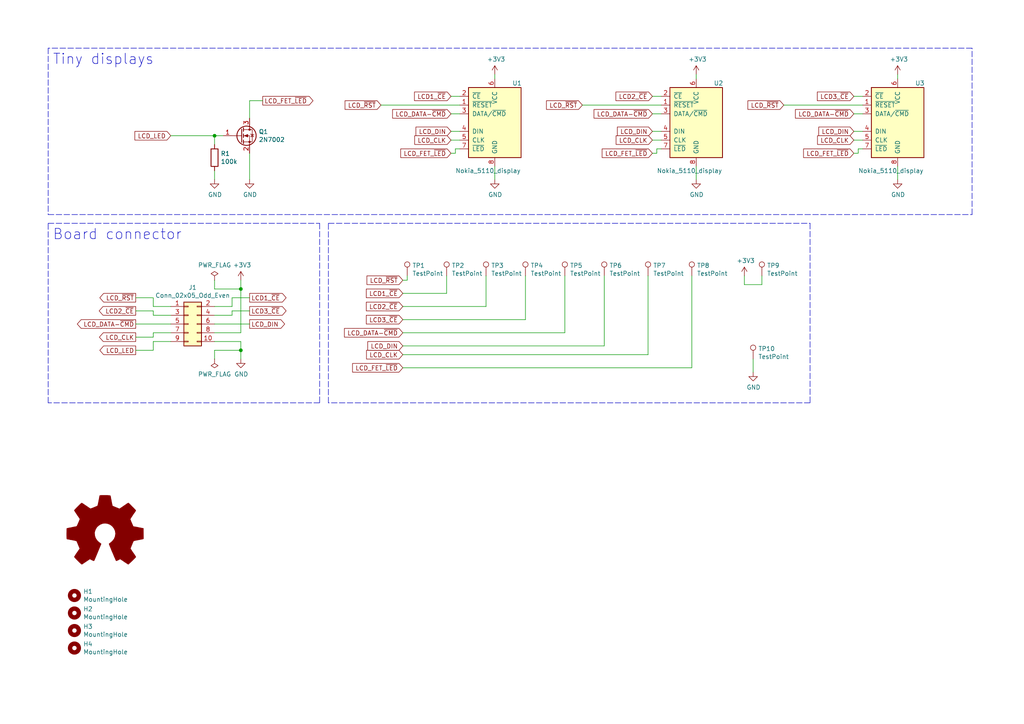
<source format=kicad_sch>
(kicad_sch (version 20211123) (generator eeschema)

  (uuid 6781326c-6e0d-4753-8f28-0f5c687e01f9)

  (paper "A4")

  (title_block
    (title "Sunrise clock display board")
    (date "2021-04-11")
    (rev "V1.0")
    (company "https://github.com/atoomnetmarc/Sunrise-clock-hardware")
  )

  (lib_symbols
    (symbol "Connector:TestPoint" (pin_numbers hide) (pin_names (offset 0.762) hide) (in_bom yes) (on_board yes)
      (property "Reference" "TP" (id 0) (at 0 6.858 0)
        (effects (font (size 1.27 1.27)))
      )
      (property "Value" "TestPoint" (id 1) (at 0 5.08 0)
        (effects (font (size 1.27 1.27)))
      )
      (property "Footprint" "" (id 2) (at 5.08 0 0)
        (effects (font (size 1.27 1.27)) hide)
      )
      (property "Datasheet" "~" (id 3) (at 5.08 0 0)
        (effects (font (size 1.27 1.27)) hide)
      )
      (property "ki_keywords" "test point tp" (id 4) (at 0 0 0)
        (effects (font (size 1.27 1.27)) hide)
      )
      (property "ki_description" "test point" (id 5) (at 0 0 0)
        (effects (font (size 1.27 1.27)) hide)
      )
      (property "ki_fp_filters" "Pin* Test*" (id 6) (at 0 0 0)
        (effects (font (size 1.27 1.27)) hide)
      )
      (symbol "TestPoint_0_1"
        (circle (center 0 3.302) (radius 0.762)
          (stroke (width 0) (type default) (color 0 0 0 0))
          (fill (type none))
        )
      )
      (symbol "TestPoint_1_1"
        (pin passive line (at 0 0 90) (length 2.54)
          (name "1" (effects (font (size 1.27 1.27))))
          (number "1" (effects (font (size 1.27 1.27))))
        )
      )
    )
    (symbol "Connector_Generic:Conn_02x05_Odd_Even" (pin_names (offset 1.016) hide) (in_bom yes) (on_board yes)
      (property "Reference" "J" (id 0) (at 1.27 7.62 0)
        (effects (font (size 1.27 1.27)))
      )
      (property "Value" "Conn_02x05_Odd_Even" (id 1) (at 1.27 -7.62 0)
        (effects (font (size 1.27 1.27)))
      )
      (property "Footprint" "" (id 2) (at 0 0 0)
        (effects (font (size 1.27 1.27)) hide)
      )
      (property "Datasheet" "~" (id 3) (at 0 0 0)
        (effects (font (size 1.27 1.27)) hide)
      )
      (property "ki_keywords" "connector" (id 4) (at 0 0 0)
        (effects (font (size 1.27 1.27)) hide)
      )
      (property "ki_description" "Generic connector, double row, 02x05, odd/even pin numbering scheme (row 1 odd numbers, row 2 even numbers), script generated (kicad-library-utils/schlib/autogen/connector/)" (id 5) (at 0 0 0)
        (effects (font (size 1.27 1.27)) hide)
      )
      (property "ki_fp_filters" "Connector*:*_2x??_*" (id 6) (at 0 0 0)
        (effects (font (size 1.27 1.27)) hide)
      )
      (symbol "Conn_02x05_Odd_Even_1_1"
        (rectangle (start -1.27 -4.953) (end 0 -5.207)
          (stroke (width 0.1524) (type default) (color 0 0 0 0))
          (fill (type none))
        )
        (rectangle (start -1.27 -2.413) (end 0 -2.667)
          (stroke (width 0.1524) (type default) (color 0 0 0 0))
          (fill (type none))
        )
        (rectangle (start -1.27 0.127) (end 0 -0.127)
          (stroke (width 0.1524) (type default) (color 0 0 0 0))
          (fill (type none))
        )
        (rectangle (start -1.27 2.667) (end 0 2.413)
          (stroke (width 0.1524) (type default) (color 0 0 0 0))
          (fill (type none))
        )
        (rectangle (start -1.27 5.207) (end 0 4.953)
          (stroke (width 0.1524) (type default) (color 0 0 0 0))
          (fill (type none))
        )
        (rectangle (start -1.27 6.35) (end 3.81 -6.35)
          (stroke (width 0.254) (type default) (color 0 0 0 0))
          (fill (type background))
        )
        (rectangle (start 3.81 -4.953) (end 2.54 -5.207)
          (stroke (width 0.1524) (type default) (color 0 0 0 0))
          (fill (type none))
        )
        (rectangle (start 3.81 -2.413) (end 2.54 -2.667)
          (stroke (width 0.1524) (type default) (color 0 0 0 0))
          (fill (type none))
        )
        (rectangle (start 3.81 0.127) (end 2.54 -0.127)
          (stroke (width 0.1524) (type default) (color 0 0 0 0))
          (fill (type none))
        )
        (rectangle (start 3.81 2.667) (end 2.54 2.413)
          (stroke (width 0.1524) (type default) (color 0 0 0 0))
          (fill (type none))
        )
        (rectangle (start 3.81 5.207) (end 2.54 4.953)
          (stroke (width 0.1524) (type default) (color 0 0 0 0))
          (fill (type none))
        )
        (pin passive line (at -5.08 5.08 0) (length 3.81)
          (name "Pin_1" (effects (font (size 1.27 1.27))))
          (number "1" (effects (font (size 1.27 1.27))))
        )
        (pin passive line (at 7.62 -5.08 180) (length 3.81)
          (name "Pin_10" (effects (font (size 1.27 1.27))))
          (number "10" (effects (font (size 1.27 1.27))))
        )
        (pin passive line (at 7.62 5.08 180) (length 3.81)
          (name "Pin_2" (effects (font (size 1.27 1.27))))
          (number "2" (effects (font (size 1.27 1.27))))
        )
        (pin passive line (at -5.08 2.54 0) (length 3.81)
          (name "Pin_3" (effects (font (size 1.27 1.27))))
          (number "3" (effects (font (size 1.27 1.27))))
        )
        (pin passive line (at 7.62 2.54 180) (length 3.81)
          (name "Pin_4" (effects (font (size 1.27 1.27))))
          (number "4" (effects (font (size 1.27 1.27))))
        )
        (pin passive line (at -5.08 0 0) (length 3.81)
          (name "Pin_5" (effects (font (size 1.27 1.27))))
          (number "5" (effects (font (size 1.27 1.27))))
        )
        (pin passive line (at 7.62 0 180) (length 3.81)
          (name "Pin_6" (effects (font (size 1.27 1.27))))
          (number "6" (effects (font (size 1.27 1.27))))
        )
        (pin passive line (at -5.08 -2.54 0) (length 3.81)
          (name "Pin_7" (effects (font (size 1.27 1.27))))
          (number "7" (effects (font (size 1.27 1.27))))
        )
        (pin passive line (at 7.62 -2.54 180) (length 3.81)
          (name "Pin_8" (effects (font (size 1.27 1.27))))
          (number "8" (effects (font (size 1.27 1.27))))
        )
        (pin passive line (at -5.08 -5.08 0) (length 3.81)
          (name "Pin_9" (effects (font (size 1.27 1.27))))
          (number "9" (effects (font (size 1.27 1.27))))
        )
      )
    )
    (symbol "Device:R" (pin_numbers hide) (pin_names (offset 0)) (in_bom yes) (on_board yes)
      (property "Reference" "R" (id 0) (at 2.032 0 90)
        (effects (font (size 1.27 1.27)))
      )
      (property "Value" "R" (id 1) (at 0 0 90)
        (effects (font (size 1.27 1.27)))
      )
      (property "Footprint" "" (id 2) (at -1.778 0 90)
        (effects (font (size 1.27 1.27)) hide)
      )
      (property "Datasheet" "~" (id 3) (at 0 0 0)
        (effects (font (size 1.27 1.27)) hide)
      )
      (property "ki_keywords" "R res resistor" (id 4) (at 0 0 0)
        (effects (font (size 1.27 1.27)) hide)
      )
      (property "ki_description" "Resistor" (id 5) (at 0 0 0)
        (effects (font (size 1.27 1.27)) hide)
      )
      (property "ki_fp_filters" "R_*" (id 6) (at 0 0 0)
        (effects (font (size 1.27 1.27)) hide)
      )
      (symbol "R_0_1"
        (rectangle (start -1.016 -2.54) (end 1.016 2.54)
          (stroke (width 0.254) (type default) (color 0 0 0 0))
          (fill (type none))
        )
      )
      (symbol "R_1_1"
        (pin passive line (at 0 3.81 270) (length 1.27)
          (name "~" (effects (font (size 1.27 1.27))))
          (number "1" (effects (font (size 1.27 1.27))))
        )
        (pin passive line (at 0 -3.81 90) (length 1.27)
          (name "~" (effects (font (size 1.27 1.27))))
          (number "2" (effects (font (size 1.27 1.27))))
        )
      )
    )
    (symbol "Display_Graphic-extra:Nokia_5110_display" (pin_names (offset 1.016)) (in_bom yes) (on_board yes)
      (property "Reference" "A" (id 0) (at -5.842 11.684 0)
        (effects (font (size 1.27 1.27)))
      )
      (property "Value" "Nokia_5110_display" (id 1) (at 1.524 11.684 0)
        (effects (font (size 1.27 1.27)) (justify left))
      )
      (property "Footprint" "Display-extra:Nokia_5110_display_module" (id 2) (at 0 -15.24 0)
        (effects (font (size 1.27 1.27)) hide)
      )
      (property "Datasheet" "" (id 3) (at 10.16 -7.62 0)
        (effects (font (size 1.27 1.27)) hide)
      )
      (property "ki_keywords" "display LCD graphic" (id 4) (at 0 0 0)
        (effects (font (size 1.27 1.27)) hide)
      )
      (property "ki_description" "SPI LCD 48x84 3.3V" (id 5) (at 0 0 0)
        (effects (font (size 1.27 1.27)) hide)
      )
      (property "ki_fp_filters" "*EA*DOGS104*" (id 6) (at 0 0 0)
        (effects (font (size 1.27 1.27)) hide)
      )
      (symbol "Nokia_5110_display_0_1"
        (rectangle (start -7.62 10.16) (end 7.62 -10.16)
          (stroke (width 0.254) (type default) (color 0 0 0 0))
          (fill (type background))
        )
      )
      (symbol "Nokia_5110_display_1_1"
        (pin input line (at -10.16 5.08 0) (length 2.54)
          (name "~{RESET}" (effects (font (size 1.27 1.27))))
          (number "1" (effects (font (size 1.27 1.27))))
        )
        (pin input line (at -10.16 7.62 0) (length 2.54)
          (name "~{CE}" (effects (font (size 1.27 1.27))))
          (number "2" (effects (font (size 1.27 1.27))))
        )
        (pin input line (at -10.16 2.54 0) (length 2.54)
          (name "DATA/~{CMD}" (effects (font (size 1.27 1.27))))
          (number "3" (effects (font (size 1.27 1.27))))
        )
        (pin input line (at -10.16 -2.54 0) (length 2.54)
          (name "DIN" (effects (font (size 1.27 1.27))))
          (number "4" (effects (font (size 1.27 1.27))))
        )
        (pin input line (at -10.16 -5.08 0) (length 2.54)
          (name "CLK" (effects (font (size 1.27 1.27))))
          (number "5" (effects (font (size 1.27 1.27))))
        )
        (pin power_in line (at 0 12.7 270) (length 2.54)
          (name "VCC" (effects (font (size 1.27 1.27))))
          (number "6" (effects (font (size 1.27 1.27))))
        )
        (pin input line (at -10.16 -7.62 0) (length 2.54)
          (name "~{LED}" (effects (font (size 1.27 1.27))))
          (number "7" (effects (font (size 1.27 1.27))))
        )
        (pin power_in line (at 0 -12.7 90) (length 2.54)
          (name "GND" (effects (font (size 1.27 1.27))))
          (number "8" (effects (font (size 1.27 1.27))))
        )
      )
    )
    (symbol "Graphic:Logo_Open_Hardware_Large" (pin_names (offset 1.016)) (in_bom yes) (on_board yes)
      (property "Reference" "#LOGO" (id 0) (at 0 12.7 0)
        (effects (font (size 1.27 1.27)) hide)
      )
      (property "Value" "Logo_Open_Hardware_Large" (id 1) (at 0 -10.16 0)
        (effects (font (size 1.27 1.27)) hide)
      )
      (property "Footprint" "" (id 2) (at 0 0 0)
        (effects (font (size 1.27 1.27)) hide)
      )
      (property "Datasheet" "~" (id 3) (at 0 0 0)
        (effects (font (size 1.27 1.27)) hide)
      )
      (property "ki_keywords" "Logo" (id 4) (at 0 0 0)
        (effects (font (size 1.27 1.27)) hide)
      )
      (property "ki_description" "Open Hardware logo, large" (id 5) (at 0 0 0)
        (effects (font (size 1.27 1.27)) hide)
      )
      (symbol "Logo_Open_Hardware_Large_1_1"
        (polyline
          (pts
            (xy 6.731 -8.7122)
            (xy 6.6294 -8.6614)
            (xy 6.35 -8.4836)
            (xy 5.9944 -8.255)
            (xy 5.5372 -7.9502)
            (xy 5.1054 -7.6454)
            (xy 4.7498 -7.4168)
            (xy 4.4958 -7.239)
            (xy 4.3942 -7.1882)
            (xy 4.318 -7.2136)
            (xy 4.1148 -7.3152)
            (xy 3.81 -7.4676)
            (xy 3.6322 -7.5692)
            (xy 3.3528 -7.6708)
            (xy 3.2258 -7.6962)
            (xy 3.2004 -7.6708)
            (xy 3.0988 -7.4676)
            (xy 2.9464 -7.0866)
            (xy 2.7178 -6.604)
            (xy 2.4892 -6.0452)
            (xy 2.2352 -5.4356)
            (xy 1.9558 -4.826)
            (xy 1.7272 -4.2164)
            (xy 1.4986 -3.683)
            (xy 1.3208 -3.2512)
            (xy 1.2192 -2.9464)
            (xy 1.1684 -2.8194)
            (xy 1.1938 -2.794)
            (xy 1.3208 -2.667)
            (xy 1.5748 -2.4892)
            (xy 2.0828 -2.0574)
            (xy 2.6162 -1.397)
            (xy 2.921 -0.6604)
            (xy 3.048 0.1524)
            (xy 2.9464 0.9144)
            (xy 2.6416 1.6256)
            (xy 2.1336 2.286)
            (xy 1.524 2.7686)
            (xy 0.8128 3.0734)
            (xy 0 3.175)
            (xy -0.762 3.0988)
            (xy -1.4986 2.794)
            (xy -2.159 2.286)
            (xy -2.4384 1.9812)
            (xy -2.8194 1.3208)
            (xy -3.048 0.6096)
            (xy -3.0734 0.4318)
            (xy -3.0226 -0.3556)
            (xy -2.794 -1.0922)
            (xy -2.3876 -1.7526)
            (xy -1.8288 -2.3114)
            (xy -1.7526 -2.3622)
            (xy -1.4732 -2.5654)
            (xy -1.2954 -2.6924)
            (xy -1.1684 -2.8194)
            (xy -2.159 -5.207)
            (xy -2.3114 -5.588)
            (xy -2.5908 -6.2484)
            (xy -2.8194 -6.8072)
            (xy -3.0226 -7.2644)
            (xy -3.1496 -7.5692)
            (xy -3.2258 -7.6708)
            (xy -3.2258 -7.6962)
            (xy -3.302 -7.6962)
            (xy -3.4798 -7.6454)
            (xy -3.8354 -7.4676)
            (xy -4.0386 -7.366)
            (xy -4.2926 -7.239)
            (xy -4.4196 -7.1882)
            (xy -4.5212 -7.239)
            (xy -4.7498 -7.3914)
            (xy -5.1054 -7.6454)
            (xy -5.5372 -7.9248)
            (xy -5.9436 -8.2042)
            (xy -6.3246 -8.4582)
            (xy -6.604 -8.636)
            (xy -6.731 -8.7122)
            (xy -6.7564 -8.7122)
            (xy -6.858 -8.636)
            (xy -7.0866 -8.4582)
            (xy -7.4168 -8.1534)
            (xy -7.874 -7.6962)
            (xy -7.9502 -7.62)
            (xy -8.3312 -7.239)
            (xy -8.636 -6.9088)
            (xy -8.8392 -6.6802)
            (xy -8.9154 -6.5786)
            (xy -8.9154 -6.5786)
            (xy -8.8392 -6.4516)
            (xy -8.6614 -6.1722)
            (xy -8.4328 -5.7912)
            (xy -8.128 -5.3594)
            (xy -7.3152 -4.191)
            (xy -7.7724 -3.0988)
            (xy -7.8994 -2.7686)
            (xy -8.0772 -2.3622)
            (xy -8.2042 -2.0828)
            (xy -8.255 -1.9558)
            (xy -8.382 -1.905)
            (xy -8.6614 -1.8542)
            (xy -9.0932 -1.7526)
            (xy -9.6266 -1.651)
            (xy -10.1092 -1.5748)
            (xy -10.541 -1.4732)
            (xy -10.8712 -1.4224)
            (xy -11.0236 -1.397)
            (xy -11.049 -1.3716)
            (xy -11.0744 -1.2954)
            (xy -11.0998 -1.143)
            (xy -11.0998 -0.889)
            (xy -11.1252 -0.4572)
            (xy -11.1252 0.1524)
            (xy -11.1252 0.2286)
            (xy -11.0998 0.8128)
            (xy -11.0998 1.27)
            (xy -11.0744 1.5494)
            (xy -11.0744 1.6764)
            (xy -11.0744 1.6764)
            (xy -10.922 1.7018)
            (xy -10.6172 1.778)
            (xy -10.16 1.8542)
            (xy -9.652 1.9558)
            (xy -9.6012 1.9812)
            (xy -9.0932 2.0828)
            (xy -8.636 2.159)
            (xy -8.3312 2.2352)
            (xy -8.2042 2.286)
            (xy -8.1788 2.3114)
            (xy -8.0772 2.5146)
            (xy -7.9248 2.8448)
            (xy -7.747 3.2512)
            (xy -7.5692 3.6576)
            (xy -7.4168 4.0386)
            (xy -7.3152 4.318)
            (xy -7.2898 4.445)
            (xy -7.2898 4.445)
            (xy -7.366 4.572)
            (xy -7.5438 4.826)
            (xy -7.7978 5.207)
            (xy -8.128 5.6642)
            (xy -8.128 5.6896)
            (xy -8.4328 6.1468)
            (xy -8.6868 6.5278)
            (xy -8.8392 6.7818)
            (xy -8.9154 6.9088)
            (xy -8.9154 6.9088)
            (xy -8.8138 7.0358)
            (xy -8.5852 7.2898)
            (xy -8.255 7.6454)
            (xy -7.874 8.0264)
            (xy -7.747 8.1534)
            (xy -7.3152 8.5852)
            (xy -7.0104 8.8646)
            (xy -6.8326 8.9916)
            (xy -6.731 9.0424)
            (xy -6.731 9.0424)
            (xy -6.604 8.9408)
            (xy -6.3246 8.763)
            (xy -5.9436 8.509)
            (xy -5.4864 8.2042)
            (xy -5.461 8.1788)
            (xy -5.0038 7.874)
            (xy -4.6482 7.62)
            (xy -4.3688 7.4422)
            (xy -4.2672 7.3914)
            (xy -4.2418 7.3914)
            (xy -4.064 7.4422)
            (xy -3.7338 7.5438)
            (xy -3.3528 7.6962)
            (xy -2.9464 7.874)
            (xy -2.5654 8.0264)
            (xy -2.286 8.1534)
            (xy -2.159 8.2296)
            (xy -2.159 8.2296)
            (xy -2.1082 8.382)
            (xy -2.032 8.7122)
            (xy -1.9304 9.1694)
            (xy -1.8288 9.7282)
            (xy -1.8034 9.8044)
            (xy -1.7018 10.3378)
            (xy -1.6256 10.7696)
            (xy -1.5748 11.0744)
            (xy -1.524 11.2014)
            (xy -1.4478 11.2268)
            (xy -1.1938 11.2522)
            (xy -0.8128 11.2522)
            (xy -0.3302 11.2522)
            (xy 0.1524 11.2522)
            (xy 0.6604 11.2522)
            (xy 1.0668 11.2268)
            (xy 1.3716 11.2014)
            (xy 1.4986 11.176)
            (xy 1.4986 11.176)
            (xy 1.5494 11.0236)
            (xy 1.6256 10.6934)
            (xy 1.7018 10.2108)
            (xy 1.8288 9.6774)
            (xy 1.8288 9.5758)
            (xy 1.9304 9.0424)
            (xy 2.032 8.6106)
            (xy 2.0828 8.3058)
            (xy 2.1336 8.2042)
            (xy 2.159 8.1788)
            (xy 2.3876 8.0772)
            (xy 2.7432 7.9248)
            (xy 3.175 7.747)
            (xy 4.191 7.3406)
            (xy 5.461 8.2042)
            (xy 5.5626 8.2804)
            (xy 6.0198 8.5852)
            (xy 6.3754 8.8392)
            (xy 6.6294 8.9916)
            (xy 6.7564 9.0424)
            (xy 6.7564 9.0424)
            (xy 6.8834 8.9408)
            (xy 7.1374 8.7122)
            (xy 7.4676 8.382)
            (xy 7.8486 7.9756)
            (xy 8.1534 7.6962)
            (xy 8.4836 7.3406)
            (xy 8.7122 7.112)
            (xy 8.8392 6.9596)
            (xy 8.8646 6.858)
            (xy 8.8646 6.8072)
            (xy 8.7884 6.6802)
            (xy 8.6106 6.4008)
            (xy 8.3312 6.0198)
            (xy 8.0264 5.588)
            (xy 7.7978 5.207)
            (xy 7.5184 4.8006)
            (xy 7.3406 4.4958)
            (xy 7.2898 4.3434)
            (xy 7.2898 4.2926)
            (xy 7.3914 4.0386)
            (xy 7.5184 3.683)
            (xy 7.7216 3.2258)
            (xy 8.1534 2.2352)
            (xy 8.7884 2.1082)
            (xy 9.1948 2.0574)
            (xy 9.7536 1.9304)
            (xy 10.2616 1.8288)
            (xy 11.0998 1.6764)
            (xy 11.1252 -1.3208)
            (xy 10.9982 -1.3716)
            (xy 10.8712 -1.397)
            (xy 10.5664 -1.4732)
            (xy 10.1346 -1.5494)
            (xy 9.6266 -1.651)
            (xy 9.1948 -1.7272)
            (xy 8.7376 -1.8288)
            (xy 8.4328 -1.8796)
            (xy 8.2804 -1.905)
            (xy 8.255 -1.9558)
            (xy 8.1534 -2.159)
            (xy 7.9756 -2.5146)
            (xy 7.8232 -2.921)
            (xy 7.6454 -3.3274)
            (xy 7.493 -3.7338)
            (xy 7.366 -4.0132)
            (xy 7.3406 -4.191)
            (xy 7.3914 -4.2926)
            (xy 7.5692 -4.5466)
            (xy 7.7978 -4.9276)
            (xy 8.1026 -5.3594)
            (xy 8.4074 -5.7912)
            (xy 8.6614 -6.1722)
            (xy 8.8138 -6.4262)
            (xy 8.89 -6.5532)
            (xy 8.8646 -6.6548)
            (xy 8.6868 -6.858)
            (xy 8.3566 -7.1882)
            (xy 7.874 -7.6708)
            (xy 7.7978 -7.747)
            (xy 7.3914 -8.128)
            (xy 7.0612 -8.4328)
            (xy 6.8326 -8.636)
            (xy 6.731 -8.7122)
          )
          (stroke (width 0) (type default) (color 0 0 0 0))
          (fill (type outline))
        )
      )
    )
    (symbol "Mechanical:MountingHole" (pin_names (offset 1.016)) (in_bom yes) (on_board yes)
      (property "Reference" "H" (id 0) (at 0 5.08 0)
        (effects (font (size 1.27 1.27)))
      )
      (property "Value" "MountingHole" (id 1) (at 0 3.175 0)
        (effects (font (size 1.27 1.27)))
      )
      (property "Footprint" "" (id 2) (at 0 0 0)
        (effects (font (size 1.27 1.27)) hide)
      )
      (property "Datasheet" "~" (id 3) (at 0 0 0)
        (effects (font (size 1.27 1.27)) hide)
      )
      (property "ki_keywords" "mounting hole" (id 4) (at 0 0 0)
        (effects (font (size 1.27 1.27)) hide)
      )
      (property "ki_description" "Mounting Hole without connection" (id 5) (at 0 0 0)
        (effects (font (size 1.27 1.27)) hide)
      )
      (property "ki_fp_filters" "MountingHole*" (id 6) (at 0 0 0)
        (effects (font (size 1.27 1.27)) hide)
      )
      (symbol "MountingHole_0_1"
        (circle (center 0 0) (radius 1.27)
          (stroke (width 1.27) (type default) (color 0 0 0 0))
          (fill (type none))
        )
      )
    )
    (symbol "Transistor_FET:2N7002" (pin_names hide) (in_bom yes) (on_board yes)
      (property "Reference" "Q" (id 0) (at 5.08 1.905 0)
        (effects (font (size 1.27 1.27)) (justify left))
      )
      (property "Value" "2N7002" (id 1) (at 5.08 0 0)
        (effects (font (size 1.27 1.27)) (justify left))
      )
      (property "Footprint" "Package_TO_SOT_SMD:SOT-23" (id 2) (at 5.08 -1.905 0)
        (effects (font (size 1.27 1.27) italic) (justify left) hide)
      )
      (property "Datasheet" "https://www.onsemi.com/pub/Collateral/NDS7002A-D.PDF" (id 3) (at 0 0 0)
        (effects (font (size 1.27 1.27)) (justify left) hide)
      )
      (property "ki_keywords" "N-Channel Switching MOSFET" (id 4) (at 0 0 0)
        (effects (font (size 1.27 1.27)) hide)
      )
      (property "ki_description" "0.115A Id, 60V Vds, N-Channel MOSFET, SOT-23" (id 5) (at 0 0 0)
        (effects (font (size 1.27 1.27)) hide)
      )
      (property "ki_fp_filters" "SOT?23*" (id 6) (at 0 0 0)
        (effects (font (size 1.27 1.27)) hide)
      )
      (symbol "2N7002_0_1"
        (polyline
          (pts
            (xy 0.254 0)
            (xy -2.54 0)
          )
          (stroke (width 0) (type default) (color 0 0 0 0))
          (fill (type none))
        )
        (polyline
          (pts
            (xy 0.254 1.905)
            (xy 0.254 -1.905)
          )
          (stroke (width 0.254) (type default) (color 0 0 0 0))
          (fill (type none))
        )
        (polyline
          (pts
            (xy 0.762 -1.27)
            (xy 0.762 -2.286)
          )
          (stroke (width 0.254) (type default) (color 0 0 0 0))
          (fill (type none))
        )
        (polyline
          (pts
            (xy 0.762 0.508)
            (xy 0.762 -0.508)
          )
          (stroke (width 0.254) (type default) (color 0 0 0 0))
          (fill (type none))
        )
        (polyline
          (pts
            (xy 0.762 2.286)
            (xy 0.762 1.27)
          )
          (stroke (width 0.254) (type default) (color 0 0 0 0))
          (fill (type none))
        )
        (polyline
          (pts
            (xy 2.54 2.54)
            (xy 2.54 1.778)
          )
          (stroke (width 0) (type default) (color 0 0 0 0))
          (fill (type none))
        )
        (polyline
          (pts
            (xy 2.54 -2.54)
            (xy 2.54 0)
            (xy 0.762 0)
          )
          (stroke (width 0) (type default) (color 0 0 0 0))
          (fill (type none))
        )
        (polyline
          (pts
            (xy 0.762 -1.778)
            (xy 3.302 -1.778)
            (xy 3.302 1.778)
            (xy 0.762 1.778)
          )
          (stroke (width 0) (type default) (color 0 0 0 0))
          (fill (type none))
        )
        (polyline
          (pts
            (xy 1.016 0)
            (xy 2.032 0.381)
            (xy 2.032 -0.381)
            (xy 1.016 0)
          )
          (stroke (width 0) (type default) (color 0 0 0 0))
          (fill (type outline))
        )
        (polyline
          (pts
            (xy 2.794 0.508)
            (xy 2.921 0.381)
            (xy 3.683 0.381)
            (xy 3.81 0.254)
          )
          (stroke (width 0) (type default) (color 0 0 0 0))
          (fill (type none))
        )
        (polyline
          (pts
            (xy 3.302 0.381)
            (xy 2.921 -0.254)
            (xy 3.683 -0.254)
            (xy 3.302 0.381)
          )
          (stroke (width 0) (type default) (color 0 0 0 0))
          (fill (type none))
        )
        (circle (center 1.651 0) (radius 2.794)
          (stroke (width 0.254) (type default) (color 0 0 0 0))
          (fill (type none))
        )
        (circle (center 2.54 -1.778) (radius 0.254)
          (stroke (width 0) (type default) (color 0 0 0 0))
          (fill (type outline))
        )
        (circle (center 2.54 1.778) (radius 0.254)
          (stroke (width 0) (type default) (color 0 0 0 0))
          (fill (type outline))
        )
      )
      (symbol "2N7002_1_1"
        (pin input line (at -5.08 0 0) (length 2.54)
          (name "G" (effects (font (size 1.27 1.27))))
          (number "1" (effects (font (size 1.27 1.27))))
        )
        (pin passive line (at 2.54 -5.08 90) (length 2.54)
          (name "S" (effects (font (size 1.27 1.27))))
          (number "2" (effects (font (size 1.27 1.27))))
        )
        (pin passive line (at 2.54 5.08 270) (length 2.54)
          (name "D" (effects (font (size 1.27 1.27))))
          (number "3" (effects (font (size 1.27 1.27))))
        )
      )
    )
    (symbol "power:+3.3V" (power) (pin_names (offset 0)) (in_bom yes) (on_board yes)
      (property "Reference" "#PWR" (id 0) (at 0 -3.81 0)
        (effects (font (size 1.27 1.27)) hide)
      )
      (property "Value" "+3.3V" (id 1) (at 0 3.556 0)
        (effects (font (size 1.27 1.27)))
      )
      (property "Footprint" "" (id 2) (at 0 0 0)
        (effects (font (size 1.27 1.27)) hide)
      )
      (property "Datasheet" "" (id 3) (at 0 0 0)
        (effects (font (size 1.27 1.27)) hide)
      )
      (property "ki_keywords" "power-flag" (id 4) (at 0 0 0)
        (effects (font (size 1.27 1.27)) hide)
      )
      (property "ki_description" "Power symbol creates a global label with name \"+3.3V\"" (id 5) (at 0 0 0)
        (effects (font (size 1.27 1.27)) hide)
      )
      (symbol "+3.3V_0_1"
        (polyline
          (pts
            (xy -0.762 1.27)
            (xy 0 2.54)
          )
          (stroke (width 0) (type default) (color 0 0 0 0))
          (fill (type none))
        )
        (polyline
          (pts
            (xy 0 0)
            (xy 0 2.54)
          )
          (stroke (width 0) (type default) (color 0 0 0 0))
          (fill (type none))
        )
        (polyline
          (pts
            (xy 0 2.54)
            (xy 0.762 1.27)
          )
          (stroke (width 0) (type default) (color 0 0 0 0))
          (fill (type none))
        )
      )
      (symbol "+3.3V_1_1"
        (pin power_in line (at 0 0 90) (length 0) hide
          (name "+3V3" (effects (font (size 1.27 1.27))))
          (number "1" (effects (font (size 1.27 1.27))))
        )
      )
    )
    (symbol "power:GND" (power) (pin_names (offset 0)) (in_bom yes) (on_board yes)
      (property "Reference" "#PWR" (id 0) (at 0 -6.35 0)
        (effects (font (size 1.27 1.27)) hide)
      )
      (property "Value" "GND" (id 1) (at 0 -3.81 0)
        (effects (font (size 1.27 1.27)))
      )
      (property "Footprint" "" (id 2) (at 0 0 0)
        (effects (font (size 1.27 1.27)) hide)
      )
      (property "Datasheet" "" (id 3) (at 0 0 0)
        (effects (font (size 1.27 1.27)) hide)
      )
      (property "ki_keywords" "power-flag" (id 4) (at 0 0 0)
        (effects (font (size 1.27 1.27)) hide)
      )
      (property "ki_description" "Power symbol creates a global label with name \"GND\" , ground" (id 5) (at 0 0 0)
        (effects (font (size 1.27 1.27)) hide)
      )
      (symbol "GND_0_1"
        (polyline
          (pts
            (xy 0 0)
            (xy 0 -1.27)
            (xy 1.27 -1.27)
            (xy 0 -2.54)
            (xy -1.27 -1.27)
            (xy 0 -1.27)
          )
          (stroke (width 0) (type default) (color 0 0 0 0))
          (fill (type none))
        )
      )
      (symbol "GND_1_1"
        (pin power_in line (at 0 0 270) (length 0) hide
          (name "GND" (effects (font (size 1.27 1.27))))
          (number "1" (effects (font (size 1.27 1.27))))
        )
      )
    )
    (symbol "power:PWR_FLAG" (power) (pin_numbers hide) (pin_names (offset 0) hide) (in_bom yes) (on_board yes)
      (property "Reference" "#FLG" (id 0) (at 0 1.905 0)
        (effects (font (size 1.27 1.27)) hide)
      )
      (property "Value" "PWR_FLAG" (id 1) (at 0 3.81 0)
        (effects (font (size 1.27 1.27)))
      )
      (property "Footprint" "" (id 2) (at 0 0 0)
        (effects (font (size 1.27 1.27)) hide)
      )
      (property "Datasheet" "~" (id 3) (at 0 0 0)
        (effects (font (size 1.27 1.27)) hide)
      )
      (property "ki_keywords" "power-flag" (id 4) (at 0 0 0)
        (effects (font (size 1.27 1.27)) hide)
      )
      (property "ki_description" "Special symbol for telling ERC where power comes from" (id 5) (at 0 0 0)
        (effects (font (size 1.27 1.27)) hide)
      )
      (symbol "PWR_FLAG_0_0"
        (pin power_out line (at 0 0 90) (length 0)
          (name "pwr" (effects (font (size 1.27 1.27))))
          (number "1" (effects (font (size 1.27 1.27))))
        )
      )
      (symbol "PWR_FLAG_0_1"
        (polyline
          (pts
            (xy 0 0)
            (xy 0 1.27)
            (xy -1.016 1.905)
            (xy 0 2.54)
            (xy 1.016 1.905)
            (xy 0 1.27)
          )
          (stroke (width 0) (type default) (color 0 0 0 0))
          (fill (type none))
        )
      )
    )
  )

  (junction (at 62.23 39.37) (diameter 0) (color 0 0 0 0)
    (uuid 0fdc6f30-77bc-4e9b-8665-c8aa9acf5bf9)
  )
  (junction (at 69.85 101.6) (diameter 0) (color 0 0 0 0)
    (uuid 7a2f50f6-0c99-4e8d-9c2a-8f2f961d2e6d)
  )
  (junction (at 69.85 83.82) (diameter 0) (color 0 0 0 0)
    (uuid bde95c06-433a-4c03-bc48-e3abcdb4e054)
  )

  (wire (pts (xy 44.45 96.52) (xy 44.45 97.79))
    (stroke (width 0) (type default) (color 0 0 0 0))
    (uuid 00e38d63-5436-49db-81f5-697421f168fc)
  )
  (polyline (pts (xy 13.97 13.97) (xy 13.97 62.23))
    (stroke (width 0) (type default) (color 0 0 0 0))
    (uuid 0325ec43-0390-4ae2-b055-b1ec6ce17b1c)
  )
  (polyline (pts (xy 281.94 62.23) (xy 281.94 13.97))
    (stroke (width 0) (type default) (color 0 0 0 0))
    (uuid 057af6bb-cf6f-4bfb-b0c0-2e92a2c09a47)
  )

  (wire (pts (xy 191.77 43.18) (xy 190.5 43.18))
    (stroke (width 0) (type default) (color 0 0 0 0))
    (uuid 071522c0-d0ed-49b9-906e-6295f67fb0dc)
  )
  (wire (pts (xy 62.23 39.37) (xy 64.77 39.37))
    (stroke (width 0) (type default) (color 0 0 0 0))
    (uuid 0ae82096-0994-4fb0-9a2a-d4ac4804abac)
  )
  (wire (pts (xy 250.19 43.18) (xy 248.92 43.18))
    (stroke (width 0) (type default) (color 0 0 0 0))
    (uuid 0f31f11f-c374-4640-b9a4-07bbdba8d354)
  )
  (wire (pts (xy 118.11 81.28) (xy 118.11 80.01))
    (stroke (width 0) (type default) (color 0 0 0 0))
    (uuid 0fd35a3e-b394-4aae-875a-fac843f9cbb7)
  )
  (polyline (pts (xy 13.97 64.77) (xy 92.71 64.77))
    (stroke (width 0) (type default) (color 0 0 0 0))
    (uuid 143ed874-a01f-4ced-ba4e-bbb66ddd1f70)
  )

  (wire (pts (xy 44.45 90.17) (xy 39.37 90.17))
    (stroke (width 0) (type default) (color 0 0 0 0))
    (uuid 155b0b7c-70b4-4a26-a550-bac13cab0aa4)
  )
  (wire (pts (xy 247.65 40.64) (xy 250.19 40.64))
    (stroke (width 0) (type default) (color 0 0 0 0))
    (uuid 18b7e157-ae67-48ad-bd7c-9fef6fe45b22)
  )
  (wire (pts (xy 72.39 52.07) (xy 72.39 44.45))
    (stroke (width 0) (type default) (color 0 0 0 0))
    (uuid 1c68b844-c861-46b7-b734-0242168a4220)
  )
  (wire (pts (xy 44.45 91.44) (xy 44.45 90.17))
    (stroke (width 0) (type default) (color 0 0 0 0))
    (uuid 1fa508ef-df83-4c99-846b-9acf535b3ad9)
  )
  (wire (pts (xy 62.23 101.6) (xy 69.85 101.6))
    (stroke (width 0) (type default) (color 0 0 0 0))
    (uuid 2035ea48-3ef5-4d7f-8c3c-50981b30c89a)
  )
  (wire (pts (xy 201.93 48.26) (xy 201.93 52.07))
    (stroke (width 0) (type default) (color 0 0 0 0))
    (uuid 22999e73-da32-43a5-9163-4b3a41614f25)
  )
  (polyline (pts (xy 95.25 64.77) (xy 234.95 64.77))
    (stroke (width 0) (type default) (color 0 0 0 0))
    (uuid 22bb6c80-05a9-4d89-98b0-f4c23fe6c1ce)
  )

  (wire (pts (xy 201.93 22.86) (xy 201.93 21.59))
    (stroke (width 0) (type default) (color 0 0 0 0))
    (uuid 240c10af-51b5-420e-a6f4-a2c8f5db1db5)
  )
  (wire (pts (xy 190.5 43.18) (xy 190.5 44.45))
    (stroke (width 0) (type default) (color 0 0 0 0))
    (uuid 2846428d-39de-4eae-8ce2-64955d56c493)
  )
  (wire (pts (xy 44.45 101.6) (xy 39.37 101.6))
    (stroke (width 0) (type default) (color 0 0 0 0))
    (uuid 2891767f-251c-48c4-91c0-deb1b368f45c)
  )
  (wire (pts (xy 187.96 102.87) (xy 187.96 80.01))
    (stroke (width 0) (type default) (color 0 0 0 0))
    (uuid 29bb7297-26fb-4776-9266-2355d022bab0)
  )
  (wire (pts (xy 143.51 22.86) (xy 143.51 21.59))
    (stroke (width 0) (type default) (color 0 0 0 0))
    (uuid 29e058a7-50a3-43e5-81c3-bfee53da08be)
  )
  (wire (pts (xy 116.84 96.52) (xy 163.83 96.52))
    (stroke (width 0) (type default) (color 0 0 0 0))
    (uuid 30317bf0-88bb-49e7-bf8b-9f3883982225)
  )
  (wire (pts (xy 132.08 43.18) (xy 132.08 44.45))
    (stroke (width 0) (type default) (color 0 0 0 0))
    (uuid 309b3bff-19c8-41ec-a84d-63399c649f46)
  )
  (wire (pts (xy 215.9 82.55) (xy 220.98 82.55))
    (stroke (width 0) (type default) (color 0 0 0 0))
    (uuid 30c33e3e-fb78-498d-bffe-76273d527004)
  )
  (wire (pts (xy 200.66 106.68) (xy 200.66 80.01))
    (stroke (width 0) (type default) (color 0 0 0 0))
    (uuid 36d783e7-096f-4c97-9672-7e08c083b87b)
  )
  (wire (pts (xy 62.23 88.9) (xy 67.31 88.9))
    (stroke (width 0) (type default) (color 0 0 0 0))
    (uuid 38a501e2-0ee8-439d-bd02-e9e90e7503e9)
  )
  (wire (pts (xy 49.53 93.98) (xy 39.37 93.98))
    (stroke (width 0) (type default) (color 0 0 0 0))
    (uuid 399fc36a-ed5d-44b5-82f7-c6f83d9acc14)
  )
  (wire (pts (xy 152.4 92.71) (xy 152.4 80.01))
    (stroke (width 0) (type default) (color 0 0 0 0))
    (uuid 3e915099-a18e-49f4-89bb-abe64c2dade5)
  )
  (wire (pts (xy 62.23 41.91) (xy 62.23 39.37))
    (stroke (width 0) (type default) (color 0 0 0 0))
    (uuid 4107d40a-e5df-4255-aacc-13f9928e090c)
  )
  (polyline (pts (xy 13.97 116.84) (xy 13.97 64.77))
    (stroke (width 0) (type default) (color 0 0 0 0))
    (uuid 411d4270-c66c-4318-b7fb-1470d34862b8)
  )

  (wire (pts (xy 130.81 33.02) (xy 133.35 33.02))
    (stroke (width 0) (type default) (color 0 0 0 0))
    (uuid 4632212f-13ce-4392-bc68-ccb9ba333770)
  )
  (wire (pts (xy 76.2 29.21) (xy 72.39 29.21))
    (stroke (width 0) (type default) (color 0 0 0 0))
    (uuid 4b03e854-02fe-44cc-bece-f8268b7cae54)
  )
  (wire (pts (xy 189.23 40.64) (xy 191.77 40.64))
    (stroke (width 0) (type default) (color 0 0 0 0))
    (uuid 4e315e69-0417-463a-8b7f-469a08d1496e)
  )
  (wire (pts (xy 49.53 91.44) (xy 44.45 91.44))
    (stroke (width 0) (type default) (color 0 0 0 0))
    (uuid 4f411f68-04bd-4175-a406-bcaa4cf6601e)
  )
  (wire (pts (xy 190.5 44.45) (xy 189.23 44.45))
    (stroke (width 0) (type default) (color 0 0 0 0))
    (uuid 4fa10683-33cd-4dcd-8acc-2415cd63c62a)
  )
  (wire (pts (xy 189.23 27.94) (xy 191.77 27.94))
    (stroke (width 0) (type default) (color 0 0 0 0))
    (uuid 5487601b-81d3-4c70-8f3d-cf9df9c63302)
  )
  (wire (pts (xy 69.85 83.82) (xy 62.23 83.82))
    (stroke (width 0) (type default) (color 0 0 0 0))
    (uuid 593b8647-0095-46cc-ba23-3cf2a86edb5e)
  )
  (wire (pts (xy 189.23 38.1) (xy 191.77 38.1))
    (stroke (width 0) (type default) (color 0 0 0 0))
    (uuid 597a11f2-5d2c-4a65-ac95-38ad106e1367)
  )
  (wire (pts (xy 215.9 80.01) (xy 215.9 82.55))
    (stroke (width 0) (type default) (color 0 0 0 0))
    (uuid 5b0a5a46-7b51-4262-a80e-d33dd1806615)
  )
  (wire (pts (xy 62.23 83.82) (xy 62.23 81.28))
    (stroke (width 0) (type default) (color 0 0 0 0))
    (uuid 60aa0ce8-9d0e-48ca-bbf9-866403979e9b)
  )
  (wire (pts (xy 62.23 91.44) (xy 67.31 91.44))
    (stroke (width 0) (type default) (color 0 0 0 0))
    (uuid 61fe4c73-be59-4519-98f1-a634322a841d)
  )
  (wire (pts (xy 67.31 90.17) (xy 72.39 90.17))
    (stroke (width 0) (type default) (color 0 0 0 0))
    (uuid 699feae1-8cdd-4d2b-947f-f24849c73cdb)
  )
  (wire (pts (xy 260.35 22.86) (xy 260.35 21.59))
    (stroke (width 0) (type default) (color 0 0 0 0))
    (uuid 6bf05d19-ba3e-4ba6-8a6f-4e0bc45ea3b2)
  )
  (wire (pts (xy 247.65 38.1) (xy 250.19 38.1))
    (stroke (width 0) (type default) (color 0 0 0 0))
    (uuid 6d1d60ff-408a-47a7-892f-c5cf9ef6ca75)
  )
  (wire (pts (xy 44.45 97.79) (xy 39.37 97.79))
    (stroke (width 0) (type default) (color 0 0 0 0))
    (uuid 70e4263f-d95a-4431-b3f3-cfc800c82056)
  )
  (wire (pts (xy 69.85 99.06) (xy 69.85 101.6))
    (stroke (width 0) (type default) (color 0 0 0 0))
    (uuid 71f92193-19b0-44ed-bc7f-77535083d769)
  )
  (polyline (pts (xy 234.95 64.77) (xy 234.95 116.84))
    (stroke (width 0) (type default) (color 0 0 0 0))
    (uuid 72508b1f-1505-46cb-9d37-2081c5a12aca)
  )

  (wire (pts (xy 227.33 30.48) (xy 250.19 30.48))
    (stroke (width 0) (type default) (color 0 0 0 0))
    (uuid 752417ee-7d0b-4ac8-a22c-26669881a2ab)
  )
  (polyline (pts (xy 92.71 64.77) (xy 92.71 116.84))
    (stroke (width 0) (type default) (color 0 0 0 0))
    (uuid 795e68e2-c9ba-45cf-9bff-89b8fae05b5a)
  )
  (polyline (pts (xy 234.95 116.84) (xy 95.25 116.84))
    (stroke (width 0) (type default) (color 0 0 0 0))
    (uuid 802c2dc3-ca9f-491e-9d66-7893e89ac34c)
  )

  (wire (pts (xy 132.08 44.45) (xy 130.81 44.45))
    (stroke (width 0) (type default) (color 0 0 0 0))
    (uuid 8c0807a7-765b-4fa5-baaa-e09a2b610e6b)
  )
  (wire (pts (xy 69.85 83.82) (xy 69.85 96.52))
    (stroke (width 0) (type default) (color 0 0 0 0))
    (uuid 8cd050d6-228c-4da0-9533-b4f8d14cfb34)
  )
  (wire (pts (xy 44.45 86.36) (xy 39.37 86.36))
    (stroke (width 0) (type default) (color 0 0 0 0))
    (uuid 8fc062a7-114d-48eb-a8f8-71128838f380)
  )
  (polyline (pts (xy 92.71 116.84) (xy 13.97 116.84))
    (stroke (width 0) (type default) (color 0 0 0 0))
    (uuid 8fcec304-c6b1-4655-8326-beacd0476953)
  )

  (wire (pts (xy 44.45 88.9) (xy 44.45 86.36))
    (stroke (width 0) (type default) (color 0 0 0 0))
    (uuid 917920ab-0c6e-4927-974d-ef342cdd4f63)
  )
  (polyline (pts (xy 281.94 13.97) (xy 13.97 13.97))
    (stroke (width 0) (type default) (color 0 0 0 0))
    (uuid 935f462d-8b1e-4005-9f1e-17f537ab1756)
  )

  (wire (pts (xy 248.92 43.18) (xy 248.92 44.45))
    (stroke (width 0) (type default) (color 0 0 0 0))
    (uuid 998b7fa5-31a5-472e-9572-49d5226d6098)
  )
  (wire (pts (xy 44.45 99.06) (xy 44.45 101.6))
    (stroke (width 0) (type default) (color 0 0 0 0))
    (uuid 9bac9ad3-a7b9-47f0-87c7-d8630653df68)
  )
  (wire (pts (xy 116.84 81.28) (xy 118.11 81.28))
    (stroke (width 0) (type default) (color 0 0 0 0))
    (uuid a8b4bc7e-da32-4fb8-b71a-d7b47c6f741f)
  )
  (wire (pts (xy 69.85 101.6) (xy 69.85 104.14))
    (stroke (width 0) (type default) (color 0 0 0 0))
    (uuid ae0e6b31-27d7-4383-a4fc-7557b0a19382)
  )
  (wire (pts (xy 69.85 96.52) (xy 62.23 96.52))
    (stroke (width 0) (type default) (color 0 0 0 0))
    (uuid af347946-e3da-4427-87ab-77b747929f50)
  )
  (wire (pts (xy 130.81 27.94) (xy 133.35 27.94))
    (stroke (width 0) (type default) (color 0 0 0 0))
    (uuid b0906e10-2fbc-4309-a8b4-6fc4cd1a5490)
  )
  (wire (pts (xy 189.23 33.02) (xy 191.77 33.02))
    (stroke (width 0) (type default) (color 0 0 0 0))
    (uuid b1ddb058-f7b2-429c-9489-f4e2242ad7e5)
  )
  (wire (pts (xy 72.39 29.21) (xy 72.39 34.29))
    (stroke (width 0) (type default) (color 0 0 0 0))
    (uuid b5071759-a4d7-4769-be02-251f23cd4454)
  )
  (wire (pts (xy 69.85 81.28) (xy 69.85 83.82))
    (stroke (width 0) (type default) (color 0 0 0 0))
    (uuid b6cd701f-4223-4e72-a305-466869ccb250)
  )
  (wire (pts (xy 62.23 49.53) (xy 62.23 52.07))
    (stroke (width 0) (type default) (color 0 0 0 0))
    (uuid b9bb0e73-161a-4d06-b6eb-a9f66d8a95f5)
  )
  (wire (pts (xy 62.23 104.14) (xy 62.23 101.6))
    (stroke (width 0) (type default) (color 0 0 0 0))
    (uuid ba6fc20e-7eff-4d5f-81e4-d1fad93be155)
  )
  (wire (pts (xy 110.49 30.48) (xy 133.35 30.48))
    (stroke (width 0) (type default) (color 0 0 0 0))
    (uuid bc0dbc57-3ae8-4ce5-a05c-2d6003bba475)
  )
  (wire (pts (xy 133.35 43.18) (xy 132.08 43.18))
    (stroke (width 0) (type default) (color 0 0 0 0))
    (uuid bd9595a1-04f3-4fda-8f1b-e65ad874edd3)
  )
  (wire (pts (xy 130.81 40.64) (xy 133.35 40.64))
    (stroke (width 0) (type default) (color 0 0 0 0))
    (uuid be645d0f-8568-47a0-a152-e3ddd33563eb)
  )
  (wire (pts (xy 116.84 85.09) (xy 129.54 85.09))
    (stroke (width 0) (type default) (color 0 0 0 0))
    (uuid c088f712-1abe-4cac-9a8b-d564931395aa)
  )
  (wire (pts (xy 67.31 88.9) (xy 67.31 86.36))
    (stroke (width 0) (type default) (color 0 0 0 0))
    (uuid c0c2eb8e-f6d1-4506-8e6b-4f995ad74c1f)
  )
  (wire (pts (xy 220.98 82.55) (xy 220.98 80.01))
    (stroke (width 0) (type default) (color 0 0 0 0))
    (uuid c3b3d7f4-943f-4cff-b180-87ef3e1bcbff)
  )
  (wire (pts (xy 49.53 39.37) (xy 62.23 39.37))
    (stroke (width 0) (type default) (color 0 0 0 0))
    (uuid c8b92953-cd23-44e6-85ce-083fb8c3f20f)
  )
  (wire (pts (xy 168.91 30.48) (xy 191.77 30.48))
    (stroke (width 0) (type default) (color 0 0 0 0))
    (uuid cada57e2-1fa7-4b9d-a2a0-2218773d5c50)
  )
  (polyline (pts (xy 13.97 62.23) (xy 281.94 62.23))
    (stroke (width 0) (type default) (color 0 0 0 0))
    (uuid cb16d05e-318b-4e51-867b-70d791d75bea)
  )

  (wire (pts (xy 116.84 106.68) (xy 200.66 106.68))
    (stroke (width 0) (type default) (color 0 0 0 0))
    (uuid cb6062da-8dcd-4826-92fd-4071e9e97213)
  )
  (wire (pts (xy 116.84 100.33) (xy 175.26 100.33))
    (stroke (width 0) (type default) (color 0 0 0 0))
    (uuid cb721686-5255-4788-a3b0-ce4312e32eb7)
  )
  (wire (pts (xy 130.81 38.1) (xy 133.35 38.1))
    (stroke (width 0) (type default) (color 0 0 0 0))
    (uuid d0fb0864-e79b-4bdc-8e8e-eed0cabe6d56)
  )
  (wire (pts (xy 140.97 88.9) (xy 140.97 80.01))
    (stroke (width 0) (type default) (color 0 0 0 0))
    (uuid d3d57924-54a6-421d-a3a0-a044fc909e88)
  )
  (wire (pts (xy 175.26 100.33) (xy 175.26 80.01))
    (stroke (width 0) (type default) (color 0 0 0 0))
    (uuid d4db7f11-8cfe-40d2-b021-b36f05241701)
  )
  (wire (pts (xy 49.53 88.9) (xy 44.45 88.9))
    (stroke (width 0) (type default) (color 0 0 0 0))
    (uuid d69a5fdf-de15-4ec9-94f6-f9ee2f4b69fa)
  )
  (wire (pts (xy 143.51 48.26) (xy 143.51 52.07))
    (stroke (width 0) (type default) (color 0 0 0 0))
    (uuid d6fb27cf-362d-4568-967c-a5bf49d5931b)
  )
  (wire (pts (xy 62.23 93.98) (xy 72.39 93.98))
    (stroke (width 0) (type default) (color 0 0 0 0))
    (uuid d88958ac-68cd-4955-a63f-0eaa329dec86)
  )
  (wire (pts (xy 247.65 27.94) (xy 250.19 27.94))
    (stroke (width 0) (type default) (color 0 0 0 0))
    (uuid dc2801a1-d539-4721-b31f-fe196b9f13df)
  )
  (wire (pts (xy 248.92 44.45) (xy 247.65 44.45))
    (stroke (width 0) (type default) (color 0 0 0 0))
    (uuid e4d2f565-25a0-48c6-be59-f4bf31ad2558)
  )
  (wire (pts (xy 67.31 91.44) (xy 67.31 90.17))
    (stroke (width 0) (type default) (color 0 0 0 0))
    (uuid e5864fe6-2a71-47f0-90ce-38c3f8901580)
  )
  (wire (pts (xy 247.65 33.02) (xy 250.19 33.02))
    (stroke (width 0) (type default) (color 0 0 0 0))
    (uuid e67b9f8c-019b-4145-98a4-96545f6bb128)
  )
  (wire (pts (xy 49.53 99.06) (xy 44.45 99.06))
    (stroke (width 0) (type default) (color 0 0 0 0))
    (uuid e7e08b48-3d04-49da-8349-6de530a20c67)
  )
  (wire (pts (xy 129.54 85.09) (xy 129.54 80.01))
    (stroke (width 0) (type default) (color 0 0 0 0))
    (uuid ea6fde00-59dc-4a79-a647-7e38199fae0e)
  )
  (wire (pts (xy 116.84 92.71) (xy 152.4 92.71))
    (stroke (width 0) (type default) (color 0 0 0 0))
    (uuid eab9c52c-3aa0-43a7-bc7f-7e234ff1e9f4)
  )
  (wire (pts (xy 260.35 48.26) (xy 260.35 52.07))
    (stroke (width 0) (type default) (color 0 0 0 0))
    (uuid eae0ab9f-65b2-44d3-aba7-873c3227fba7)
  )
  (wire (pts (xy 116.84 102.87) (xy 187.96 102.87))
    (stroke (width 0) (type default) (color 0 0 0 0))
    (uuid eb8d02e9-145c-465d-b6a8-bae84d47a94b)
  )
  (polyline (pts (xy 95.25 116.84) (xy 95.25 64.77))
    (stroke (width 0) (type default) (color 0 0 0 0))
    (uuid eed466bf-cd88-4860-9abf-41a594ca08bd)
  )

  (wire (pts (xy 116.84 88.9) (xy 140.97 88.9))
    (stroke (width 0) (type default) (color 0 0 0 0))
    (uuid f73b5500-6337-4860-a114-6e307f65ec9f)
  )
  (wire (pts (xy 218.44 104.14) (xy 218.44 107.95))
    (stroke (width 0) (type default) (color 0 0 0 0))
    (uuid f8bd6470-fafd-47f2-8ed5-9449988187ce)
  )
  (wire (pts (xy 163.83 96.52) (xy 163.83 80.01))
    (stroke (width 0) (type default) (color 0 0 0 0))
    (uuid f959907b-1cef-4760-b043-4260a660a2ae)
  )
  (wire (pts (xy 67.31 86.36) (xy 72.39 86.36))
    (stroke (width 0) (type default) (color 0 0 0 0))
    (uuid f9c81c26-f253-4227-a69f-53e64841cfbe)
  )
  (wire (pts (xy 49.53 96.52) (xy 44.45 96.52))
    (stroke (width 0) (type default) (color 0 0 0 0))
    (uuid fbe8ebfc-2a8e-4eb8-85c5-38ddeaa5dd00)
  )
  (wire (pts (xy 62.23 99.06) (xy 69.85 99.06))
    (stroke (width 0) (type default) (color 0 0 0 0))
    (uuid fd3499d5-6fd2-49a4-bdb0-109cee899fde)
  )

  (text "Board connector" (at 15.24 69.85 0)
    (effects (font (size 2.9972 2.9972)) (justify left bottom))
    (uuid 0520f61d-4522-4301-a3fa-8ed0bf060f69)
  )
  (text "Tiny displays" (at 15.24 19.05 0)
    (effects (font (size 2.9972 2.9972)) (justify left bottom))
    (uuid 7b044939-8c4d-444f-b9e0-a15fcdeb5a86)
  )

  (global_label "LCD_CLK" (shape output) (at 39.37 97.79 180) (fields_autoplaced)
    (effects (font (size 1.27 1.27)) (justify right))
    (uuid 0bcafe80-ffba-4f1e-ae51-95a595b006db)
    (property "Intersheet References" "${INTERSHEET_REFS}" (id 0) (at 0 0 0)
      (effects (font (size 1.27 1.27)) hide)
    )
  )
  (global_label "LCD_DIN" (shape input) (at 130.81 38.1 180) (fields_autoplaced)
    (effects (font (size 1.27 1.27)) (justify right))
    (uuid 0ce8d3ab-2662-4158-8a2a-18b782908fc5)
    (property "Intersheet References" "${INTERSHEET_REFS}" (id 0) (at 0 0 0)
      (effects (font (size 1.27 1.27)) hide)
    )
  )
  (global_label "LCD2_~{CE}" (shape input) (at 116.84 88.9 180) (fields_autoplaced)
    (effects (font (size 1.27 1.27)) (justify right))
    (uuid 16121028-bdf5-49c0-aae7-e28fe5bfa771)
    (property "Intersheet References" "${INTERSHEET_REFS}" (id 0) (at 0 0 0)
      (effects (font (size 1.27 1.27)) hide)
    )
  )
  (global_label "LCD_FET_~{LED}" (shape input) (at 130.81 44.45 180) (fields_autoplaced)
    (effects (font (size 1.27 1.27)) (justify right))
    (uuid 19b0959e-a79b-43b2-a5ad-525ced7e9131)
    (property "Intersheet References" "${INTERSHEET_REFS}" (id 0) (at 0 0 0)
      (effects (font (size 1.27 1.27)) hide)
    )
  )
  (global_label "LCD_CLK" (shape input) (at 116.84 102.87 180) (fields_autoplaced)
    (effects (font (size 1.27 1.27)) (justify right))
    (uuid 2454fd1b-3484-4838-8b7e-d26357238fe1)
    (property "Intersheet References" "${INTERSHEET_REFS}" (id 0) (at 0 0 0)
      (effects (font (size 1.27 1.27)) hide)
    )
  )
  (global_label "LCD_~{RST}" (shape input) (at 227.33 30.48 180) (fields_autoplaced)
    (effects (font (size 1.27 1.27)) (justify right))
    (uuid 25e5aa8e-2696-44a3-8d3c-c2c53f2923cf)
    (property "Intersheet References" "${INTERSHEET_REFS}" (id 0) (at 0 0 0)
      (effects (font (size 1.27 1.27)) hide)
    )
  )
  (global_label "LCD_DATA-~{CMD}" (shape input) (at 130.81 33.02 180) (fields_autoplaced)
    (effects (font (size 1.27 1.27)) (justify right))
    (uuid 2e842263-c0ba-46fd-a760-6624d4c78278)
    (property "Intersheet References" "${INTERSHEET_REFS}" (id 0) (at 0 0 0)
      (effects (font (size 1.27 1.27)) hide)
    )
  )
  (global_label "LCD_FET_~{LED}" (shape output) (at 76.2 29.21 0) (fields_autoplaced)
    (effects (font (size 1.27 1.27)) (justify left))
    (uuid 31540a7e-dc9e-4e4d-96b1-dab15efa5f4b)
    (property "Intersheet References" "${INTERSHEET_REFS}" (id 0) (at 0 0 0)
      (effects (font (size 1.27 1.27)) hide)
    )
  )
  (global_label "LCD1_~{CE}" (shape input) (at 130.81 27.94 180) (fields_autoplaced)
    (effects (font (size 1.27 1.27)) (justify right))
    (uuid 382ca670-6ae8-4de6-90f9-f241d1337171)
    (property "Intersheet References" "${INTERSHEET_REFS}" (id 0) (at 0 0 0)
      (effects (font (size 1.27 1.27)) hide)
    )
  )
  (global_label "LCD1_~{CE}" (shape input) (at 116.84 85.09 180) (fields_autoplaced)
    (effects (font (size 1.27 1.27)) (justify right))
    (uuid 4db55cb8-197b-4402-871f-ce582b65664b)
    (property "Intersheet References" "${INTERSHEET_REFS}" (id 0) (at 0 0 0)
      (effects (font (size 1.27 1.27)) hide)
    )
  )
  (global_label "LCD_~{RST}" (shape input) (at 168.91 30.48 180) (fields_autoplaced)
    (effects (font (size 1.27 1.27)) (justify right))
    (uuid 503dbd88-3e6b-48cc-a2ea-a6e28b52a1f7)
    (property "Intersheet References" "${INTERSHEET_REFS}" (id 0) (at 0 0 0)
      (effects (font (size 1.27 1.27)) hide)
    )
  )
  (global_label "LCD_~{RST}" (shape input) (at 110.49 30.48 180) (fields_autoplaced)
    (effects (font (size 1.27 1.27)) (justify right))
    (uuid 5cf2db29-f7ab-499a-9907-cdeba64bf0f3)
    (property "Intersheet References" "${INTERSHEET_REFS}" (id 0) (at 0 0 0)
      (effects (font (size 1.27 1.27)) hide)
    )
  )
  (global_label "LCD3_~{CE}" (shape input) (at 116.84 92.71 180) (fields_autoplaced)
    (effects (font (size 1.27 1.27)) (justify right))
    (uuid 6bd115d6-07e0-45db-8f2e-3cbb0429104f)
    (property "Intersheet References" "${INTERSHEET_REFS}" (id 0) (at 0 0 0)
      (effects (font (size 1.27 1.27)) hide)
    )
  )
  (global_label "LCD_DIN" (shape output) (at 72.39 93.98 0) (fields_autoplaced)
    (effects (font (size 1.27 1.27)) (justify left))
    (uuid 86dc7a78-7d51-4111-9eea-8a8f7977eb16)
    (property "Intersheet References" "${INTERSHEET_REFS}" (id 0) (at 0 0 0)
      (effects (font (size 1.27 1.27)) hide)
    )
  )
  (global_label "LCD2_~{CE}" (shape output) (at 39.37 90.17 180) (fields_autoplaced)
    (effects (font (size 1.27 1.27)) (justify right))
    (uuid 88d2c4b8-79f2-4e8b-9f70-b7e0ed9c70f8)
    (property "Intersheet References" "${INTERSHEET_REFS}" (id 0) (at 0 0 0)
      (effects (font (size 1.27 1.27)) hide)
    )
  )
  (global_label "LCD1_~{CE}" (shape output) (at 72.39 86.36 0) (fields_autoplaced)
    (effects (font (size 1.27 1.27)) (justify left))
    (uuid 89c0bc4d-eee5-4a77-ac35-d30b35db5cbe)
    (property "Intersheet References" "${INTERSHEET_REFS}" (id 0) (at 0 0 0)
      (effects (font (size 1.27 1.27)) hide)
    )
  )
  (global_label "LCD_CLK" (shape input) (at 189.23 40.64 180) (fields_autoplaced)
    (effects (font (size 1.27 1.27)) (justify right))
    (uuid 926001fd-2747-4639-8c0f-4fc46ff7218d)
    (property "Intersheet References" "${INTERSHEET_REFS}" (id 0) (at 0 0 0)
      (effects (font (size 1.27 1.27)) hide)
    )
  )
  (global_label "LCD_DIN" (shape input) (at 247.65 38.1 180) (fields_autoplaced)
    (effects (font (size 1.27 1.27)) (justify right))
    (uuid 970e0f64-111f-41e3-9f5a-fb0d0f6fa101)
    (property "Intersheet References" "${INTERSHEET_REFS}" (id 0) (at 0 0 0)
      (effects (font (size 1.27 1.27)) hide)
    )
  )
  (global_label "LCD_DATA-~{CMD}" (shape input) (at 189.23 33.02 180) (fields_autoplaced)
    (effects (font (size 1.27 1.27)) (justify right))
    (uuid 9cbf35b8-f4d3-42a3-bb16-04ffd03fd8fd)
    (property "Intersheet References" "${INTERSHEET_REFS}" (id 0) (at 0 0 0)
      (effects (font (size 1.27 1.27)) hide)
    )
  )
  (global_label "LCD_LED" (shape output) (at 39.37 101.6 180) (fields_autoplaced)
    (effects (font (size 1.27 1.27)) (justify right))
    (uuid 9f80220c-1612-4589-b9ca-a5579617bdb8)
    (property "Intersheet References" "${INTERSHEET_REFS}" (id 0) (at 0 0 0)
      (effects (font (size 1.27 1.27)) hide)
    )
  )
  (global_label "LCD_DIN" (shape input) (at 189.23 38.1 180) (fields_autoplaced)
    (effects (font (size 1.27 1.27)) (justify right))
    (uuid a29f8df0-3fae-4edf-8d9c-bd5a875b13e3)
    (property "Intersheet References" "${INTERSHEET_REFS}" (id 0) (at 0 0 0)
      (effects (font (size 1.27 1.27)) hide)
    )
  )
  (global_label "LCD_FET_~{LED}" (shape input) (at 247.65 44.45 180) (fields_autoplaced)
    (effects (font (size 1.27 1.27)) (justify right))
    (uuid a53767ed-bb28-4f90-abe0-e0ea734812a4)
    (property "Intersheet References" "${INTERSHEET_REFS}" (id 0) (at 0 0 0)
      (effects (font (size 1.27 1.27)) hide)
    )
  )
  (global_label "LCD3_~{CE}" (shape input) (at 247.65 27.94 180) (fields_autoplaced)
    (effects (font (size 1.27 1.27)) (justify right))
    (uuid a6ccc556-da88-4006-ae1a-cc35733efef3)
    (property "Intersheet References" "${INTERSHEET_REFS}" (id 0) (at 0 0 0)
      (effects (font (size 1.27 1.27)) hide)
    )
  )
  (global_label "LCD_DATA-~{CMD}" (shape output) (at 39.37 93.98 180) (fields_autoplaced)
    (effects (font (size 1.27 1.27)) (justify right))
    (uuid bb4b1afc-c46e-451d-8dad-36b7dec82f26)
    (property "Intersheet References" "${INTERSHEET_REFS}" (id 0) (at 0 0 0)
      (effects (font (size 1.27 1.27)) hide)
    )
  )
  (global_label "LCD_DIN" (shape input) (at 116.84 100.33 180) (fields_autoplaced)
    (effects (font (size 1.27 1.27)) (justify right))
    (uuid c3c499b1-9227-4e4b-9982-f9f1aa6203b9)
    (property "Intersheet References" "${INTERSHEET_REFS}" (id 0) (at 0 0 0)
      (effects (font (size 1.27 1.27)) hide)
    )
  )
  (global_label "LCD_FET_~{LED}" (shape input) (at 116.84 106.68 180) (fields_autoplaced)
    (effects (font (size 1.27 1.27)) (justify right))
    (uuid c514e30c-e48e-4ca5-ab44-8b3afedef1f2)
    (property "Intersheet References" "${INTERSHEET_REFS}" (id 0) (at 0 0 0)
      (effects (font (size 1.27 1.27)) hide)
    )
  )
  (global_label "LCD_LED" (shape input) (at 49.53 39.37 180) (fields_autoplaced)
    (effects (font (size 1.27 1.27)) (justify right))
    (uuid c9667181-b3c7-4b01-b8b4-baa29a9aea63)
    (property "Intersheet References" "${INTERSHEET_REFS}" (id 0) (at 0 0 0)
      (effects (font (size 1.27 1.27)) hide)
    )
  )
  (global_label "LCD2_~{CE}" (shape input) (at 189.23 27.94 180) (fields_autoplaced)
    (effects (font (size 1.27 1.27)) (justify right))
    (uuid cb614b23-9af3-4aec-bed8-c1374e001510)
    (property "Intersheet References" "${INTERSHEET_REFS}" (id 0) (at 0 0 0)
      (effects (font (size 1.27 1.27)) hide)
    )
  )
  (global_label "LCD_DATA-~{CMD}" (shape input) (at 116.84 96.52 180) (fields_autoplaced)
    (effects (font (size 1.27 1.27)) (justify right))
    (uuid ce72ea62-9343-4a4f-81bf-8ac601f5d005)
    (property "Intersheet References" "${INTERSHEET_REFS}" (id 0) (at 0 0 0)
      (effects (font (size 1.27 1.27)) hide)
    )
  )
  (global_label "LCD_CLK" (shape input) (at 130.81 40.64 180) (fields_autoplaced)
    (effects (font (size 1.27 1.27)) (justify right))
    (uuid cff34251-839c-4da9-a0ad-85d0fc4e32af)
    (property "Intersheet References" "${INTERSHEET_REFS}" (id 0) (at 0 0 0)
      (effects (font (size 1.27 1.27)) hide)
    )
  )
  (global_label "LCD_FET_~{LED}" (shape input) (at 189.23 44.45 180) (fields_autoplaced)
    (effects (font (size 1.27 1.27)) (justify right))
    (uuid d39d813e-3e64-490c-ba5c-a64bb5ad6bd0)
    (property "Intersheet References" "${INTERSHEET_REFS}" (id 0) (at 0 0 0)
      (effects (font (size 1.27 1.27)) hide)
    )
  )
  (global_label "LCD_CLK" (shape input) (at 247.65 40.64 180) (fields_autoplaced)
    (effects (font (size 1.27 1.27)) (justify right))
    (uuid e4aa537c-eb9d-4dbb-ac87-fae46af42391)
    (property "Intersheet References" "${INTERSHEET_REFS}" (id 0) (at 0 0 0)
      (effects (font (size 1.27 1.27)) hide)
    )
  )
  (global_label "LCD_DATA-~{CMD}" (shape input) (at 247.65 33.02 180) (fields_autoplaced)
    (effects (font (size 1.27 1.27)) (justify right))
    (uuid e502d1d5-04b0-4d4b-b5c3-8c52d09668e7)
    (property "Intersheet References" "${INTERSHEET_REFS}" (id 0) (at 0 0 0)
      (effects (font (size 1.27 1.27)) hide)
    )
  )
  (global_label "LCD3_~{CE}" (shape output) (at 72.39 90.17 0) (fields_autoplaced)
    (effects (font (size 1.27 1.27)) (justify left))
    (uuid f8fc38ec-0b98-40bc-ae2f-e5cc29973bca)
    (property "Intersheet References" "${INTERSHEET_REFS}" (id 0) (at 0 0 0)
      (effects (font (size 1.27 1.27)) hide)
    )
  )
  (global_label "LCD_~{RST}" (shape input) (at 116.84 81.28 180) (fields_autoplaced)
    (effects (font (size 1.27 1.27)) (justify right))
    (uuid fa918b6d-f6cf-4471-be3b-4ff713f55a2e)
    (property "Intersheet References" "${INTERSHEET_REFS}" (id 0) (at 0 0 0)
      (effects (font (size 1.27 1.27)) hide)
    )
  )
  (global_label "LCD_~{RST}" (shape output) (at 39.37 86.36 180) (fields_autoplaced)
    (effects (font (size 1.27 1.27)) (justify right))
    (uuid fef37e8b-0ff0-4da2-8a57-acaf19551d1a)
    (property "Intersheet References" "${INTERSHEET_REFS}" (id 0) (at 0 0 0)
      (effects (font (size 1.27 1.27)) hide)
    )
  )

  (symbol (lib_id "power:+3.3V") (at 69.85 81.28 0) (unit 1)
    (in_bom yes) (on_board yes)
    (uuid 00000000-0000-0000-0000-00005fe3e0a3)
    (property "Reference" "#PWR09" (id 0) (at 69.85 85.09 0)
      (effects (font (size 1.27 1.27)) hide)
    )
    (property "Value" "+3.3V" (id 1) (at 70.231 76.8858 0))
    (property "Footprint" "" (id 2) (at 69.85 81.28 0)
      (effects (font (size 1.27 1.27)) hide)
    )
    (property "Datasheet" "" (id 3) (at 69.85 81.28 0)
      (effects (font (size 1.27 1.27)) hide)
    )
    (pin "1" (uuid f56e35b0-e49d-4028-ae9e-074e03b32262))
  )

  (symbol (lib_id "power:GND") (at 69.85 104.14 0) (unit 1)
    (in_bom yes) (on_board yes)
    (uuid 00000000-0000-0000-0000-00005fe3e5d5)
    (property "Reference" "#PWR010" (id 0) (at 69.85 110.49 0)
      (effects (font (size 1.27 1.27)) hide)
    )
    (property "Value" "GND" (id 1) (at 69.977 108.5342 0))
    (property "Footprint" "" (id 2) (at 69.85 104.14 0)
      (effects (font (size 1.27 1.27)) hide)
    )
    (property "Datasheet" "" (id 3) (at 69.85 104.14 0)
      (effects (font (size 1.27 1.27)) hide)
    )
    (pin "1" (uuid e1503b9a-cf64-4b68-b450-c649658716d6))
  )

  (symbol (lib_id "Connector_Generic:Conn_02x05_Odd_Even") (at 54.61 93.98 0) (unit 1)
    (in_bom yes) (on_board yes)
    (uuid 00000000-0000-0000-0000-00005fe3f06f)
    (property "Reference" "J1" (id 0) (at 55.88 83.3882 0))
    (property "Value" "Conn_02x05_Odd_Even" (id 1) (at 55.88 85.6996 0))
    (property "Footprint" "Connector_IDC:IDC-Header_2x05_P2.54mm_Vertical" (id 2) (at 54.61 93.98 0)
      (effects (font (size 1.27 1.27)) hide)
    )
    (property "Datasheet" "~" (id 3) (at 54.61 93.98 0)
      (effects (font (size 1.27 1.27)) hide)
    )
    (pin "1" (uuid 9acdf7cf-58e4-4aa3-9baa-97c50bd37dec))
    (pin "10" (uuid 3b301aa2-a53b-4602-9717-2cce8a71c94f))
    (pin "2" (uuid d8366b21-b237-4c35-b932-a646e991b490))
    (pin "3" (uuid ea80bedf-fac8-43e4-983c-f1606bc1b426))
    (pin "4" (uuid f219f056-9bb7-4d30-8789-cf781989bbf6))
    (pin "5" (uuid f7b4e56b-e3f1-41f9-a1df-b4a56445ed3d))
    (pin "6" (uuid acb346dc-8ca8-4d91-b72b-6191985a016f))
    (pin "7" (uuid 9a037c20-5543-45ee-888c-b7e75812e4c0))
    (pin "8" (uuid 777acede-ab56-4440-bf70-c3125da04757))
    (pin "9" (uuid a423c2ee-5932-4cba-9dd4-732935498028))
  )

  (symbol (lib_id "Transistor_FET:2N7002") (at 69.85 39.37 0) (unit 1)
    (in_bom yes) (on_board yes)
    (uuid 00000000-0000-0000-0000-00005fe45989)
    (property "Reference" "Q1" (id 0) (at 75.0316 38.2016 0)
      (effects (font (size 1.27 1.27)) (justify left))
    )
    (property "Value" "2N7002" (id 1) (at 75.0316 40.513 0)
      (effects (font (size 1.27 1.27)) (justify left))
    )
    (property "Footprint" "Package_TO_SOT_SMD:SOT-23" (id 2) (at 74.93 41.275 0)
      (effects (font (size 1.27 1.27) italic) (justify left) hide)
    )
    (property "Datasheet" "https://www.onsemi.com/pub/Collateral/NDS7002A-D.PDF" (id 3) (at 69.85 39.37 0)
      (effects (font (size 1.27 1.27)) (justify left) hide)
    )
    (pin "1" (uuid ee71720d-31c1-43f8-8519-a7946e30bfd8))
    (pin "2" (uuid 5c4496cd-0241-4c76-a5dc-f46f7bd2374a))
    (pin "3" (uuid 598e8a45-9fdd-44ea-b847-154059864261))
  )

  (symbol (lib_id "Device:R") (at 62.23 45.72 0) (unit 1)
    (in_bom yes) (on_board yes)
    (uuid 00000000-0000-0000-0000-00005fe4715f)
    (property "Reference" "R1" (id 0) (at 64.008 44.5516 0)
      (effects (font (size 1.27 1.27)) (justify left))
    )
    (property "Value" "100k" (id 1) (at 64.008 46.863 0)
      (effects (font (size 1.27 1.27)) (justify left))
    )
    (property "Footprint" "Resistor_SMD:R_0805_2012Metric_Pad1.20x1.40mm_HandSolder" (id 2) (at 60.452 45.72 90)
      (effects (font (size 1.27 1.27)) hide)
    )
    (property "Datasheet" "~" (id 3) (at 62.23 45.72 0)
      (effects (font (size 1.27 1.27)) hide)
    )
    (pin "1" (uuid cd5f2145-63ff-4424-8cbf-d1894a311594))
    (pin "2" (uuid 34a49e5e-d4d8-4ef8-81c0-3ce54f6879b0))
  )

  (symbol (lib_id "power:GND") (at 62.23 52.07 0) (unit 1)
    (in_bom yes) (on_board yes)
    (uuid 00000000-0000-0000-0000-00005fe49fae)
    (property "Reference" "#PWR04" (id 0) (at 62.23 58.42 0)
      (effects (font (size 1.27 1.27)) hide)
    )
    (property "Value" "GND" (id 1) (at 62.357 56.4642 0))
    (property "Footprint" "" (id 2) (at 62.23 52.07 0)
      (effects (font (size 1.27 1.27)) hide)
    )
    (property "Datasheet" "" (id 3) (at 62.23 52.07 0)
      (effects (font (size 1.27 1.27)) hide)
    )
    (pin "1" (uuid aac4ecd1-f549-4397-aa9c-927fa8a4ba68))
  )

  (symbol (lib_id "power:GND") (at 72.39 52.07 0) (unit 1)
    (in_bom yes) (on_board yes)
    (uuid 00000000-0000-0000-0000-00005fe57016)
    (property "Reference" "#PWR05" (id 0) (at 72.39 58.42 0)
      (effects (font (size 1.27 1.27)) hide)
    )
    (property "Value" "GND" (id 1) (at 72.517 56.4642 0))
    (property "Footprint" "" (id 2) (at 72.39 52.07 0)
      (effects (font (size 1.27 1.27)) hide)
    )
    (property "Datasheet" "" (id 3) (at 72.39 52.07 0)
      (effects (font (size 1.27 1.27)) hide)
    )
    (pin "1" (uuid 0f7776a2-06e6-4035-ab8e-08a1df7992e0))
  )

  (symbol (lib_id "Mechanical:MountingHole") (at 21.59 187.96 270) (unit 1)
    (in_bom yes) (on_board yes)
    (uuid 00000000-0000-0000-0000-00005fe67d71)
    (property "Reference" "H4" (id 0) (at 24.13 186.7916 90)
      (effects (font (size 1.27 1.27)) (justify left))
    )
    (property "Value" "MountingHole" (id 1) (at 24.13 189.103 90)
      (effects (font (size 1.27 1.27)) (justify left))
    )
    (property "Footprint" "MountingHole-extra:MountingHole_3.2mm_M3_Oval_5mm" (id 2) (at 21.59 187.96 0)
      (effects (font (size 1.27 1.27)) hide)
    )
    (property "Datasheet" "~" (id 3) (at 21.59 187.96 0)
      (effects (font (size 1.27 1.27)) hide)
    )
  )

  (symbol (lib_id "Mechanical:MountingHole") (at 21.59 182.88 270) (unit 1)
    (in_bom yes) (on_board yes)
    (uuid 00000000-0000-0000-0000-00005fe6b5b5)
    (property "Reference" "H3" (id 0) (at 24.13 181.7116 90)
      (effects (font (size 1.27 1.27)) (justify left))
    )
    (property "Value" "MountingHole" (id 1) (at 24.13 184.023 90)
      (effects (font (size 1.27 1.27)) (justify left))
    )
    (property "Footprint" "MountingHole-extra:MountingHole_3.2mm_M3_Oval_5mm" (id 2) (at 21.59 182.88 0)
      (effects (font (size 1.27 1.27)) hide)
    )
    (property "Datasheet" "~" (id 3) (at 21.59 182.88 0)
      (effects (font (size 1.27 1.27)) hide)
    )
  )

  (symbol (lib_id "Mechanical:MountingHole") (at 21.59 177.8 270) (unit 1)
    (in_bom yes) (on_board yes)
    (uuid 00000000-0000-0000-0000-00005fe6b898)
    (property "Reference" "H2" (id 0) (at 24.13 176.6316 90)
      (effects (font (size 1.27 1.27)) (justify left))
    )
    (property "Value" "MountingHole" (id 1) (at 24.13 178.943 90)
      (effects (font (size 1.27 1.27)) (justify left))
    )
    (property "Footprint" "MountingHole-extra:MountingHole_3.2mm_M3_Oval_5mm" (id 2) (at 21.59 177.8 0)
      (effects (font (size 1.27 1.27)) hide)
    )
    (property "Datasheet" "~" (id 3) (at 21.59 177.8 0)
      (effects (font (size 1.27 1.27)) hide)
    )
  )

  (symbol (lib_id "Mechanical:MountingHole") (at 21.59 172.72 270) (unit 1)
    (in_bom yes) (on_board yes)
    (uuid 00000000-0000-0000-0000-00005fe6ba69)
    (property "Reference" "H1" (id 0) (at 24.13 171.5516 90)
      (effects (font (size 1.27 1.27)) (justify left))
    )
    (property "Value" "MountingHole" (id 1) (at 24.13 173.863 90)
      (effects (font (size 1.27 1.27)) (justify left))
    )
    (property "Footprint" "MountingHole-extra:MountingHole_3.2mm_M3_Oval_5mm" (id 2) (at 21.59 172.72 0)
      (effects (font (size 1.27 1.27)) hide)
    )
    (property "Datasheet" "~" (id 3) (at 21.59 172.72 0)
      (effects (font (size 1.27 1.27)) hide)
    )
  )

  (symbol (lib_id "Connector:TestPoint") (at 118.11 80.01 0) (unit 1)
    (in_bom yes) (on_board yes)
    (uuid 00000000-0000-0000-0000-00005fe93668)
    (property "Reference" "TP1" (id 0) (at 119.5832 77.0128 0)
      (effects (font (size 1.27 1.27)) (justify left))
    )
    (property "Value" "TestPoint" (id 1) (at 119.5832 79.3242 0)
      (effects (font (size 1.27 1.27)) (justify left))
    )
    (property "Footprint" "TestPoint:TestPoint_THTPad_1.5x1.5mm_Drill0.7mm" (id 2) (at 123.19 80.01 0)
      (effects (font (size 1.27 1.27)) hide)
    )
    (property "Datasheet" "~" (id 3) (at 123.19 80.01 0)
      (effects (font (size 1.27 1.27)) hide)
    )
    (pin "1" (uuid 07506ed9-b9ae-4a05-a0f6-bcb92f029c60))
  )

  (symbol (lib_id "power:+3.3V") (at 215.9 80.01 0) (unit 1)
    (in_bom yes) (on_board yes)
    (uuid 00000000-0000-0000-0000-00005fe9408d)
    (property "Reference" "#PWR012" (id 0) (at 215.9 83.82 0)
      (effects (font (size 1.27 1.27)) hide)
    )
    (property "Value" "+3.3V" (id 1) (at 216.281 75.6158 0))
    (property "Footprint" "" (id 2) (at 215.9 80.01 0)
      (effects (font (size 1.27 1.27)) hide)
    )
    (property "Datasheet" "" (id 3) (at 215.9 80.01 0)
      (effects (font (size 1.27 1.27)) hide)
    )
    (pin "1" (uuid b519001a-60ab-47e5-8a3d-29336f096d59))
  )

  (symbol (lib_id "power:GND") (at 218.44 107.95 0) (unit 1)
    (in_bom yes) (on_board yes)
    (uuid 00000000-0000-0000-0000-00005fe946b0)
    (property "Reference" "#PWR013" (id 0) (at 218.44 114.3 0)
      (effects (font (size 1.27 1.27)) hide)
    )
    (property "Value" "GND" (id 1) (at 218.567 112.3442 0))
    (property "Footprint" "" (id 2) (at 218.44 107.95 0)
      (effects (font (size 1.27 1.27)) hide)
    )
    (property "Datasheet" "" (id 3) (at 218.44 107.95 0)
      (effects (font (size 1.27 1.27)) hide)
    )
    (pin "1" (uuid 9a1120f9-bfa6-4925-b643-728d2b8167c5))
  )

  (symbol (lib_id "Connector:TestPoint") (at 129.54 80.01 0) (unit 1)
    (in_bom yes) (on_board yes)
    (uuid 00000000-0000-0000-0000-00005fe973a3)
    (property "Reference" "TP2" (id 0) (at 131.0132 77.0128 0)
      (effects (font (size 1.27 1.27)) (justify left))
    )
    (property "Value" "TestPoint" (id 1) (at 131.0132 79.3242 0)
      (effects (font (size 1.27 1.27)) (justify left))
    )
    (property "Footprint" "TestPoint:TestPoint_THTPad_1.5x1.5mm_Drill0.7mm" (id 2) (at 134.62 80.01 0)
      (effects (font (size 1.27 1.27)) hide)
    )
    (property "Datasheet" "~" (id 3) (at 134.62 80.01 0)
      (effects (font (size 1.27 1.27)) hide)
    )
    (pin "1" (uuid 39f8f47b-1e26-4975-b4fd-b1002648ab5b))
  )

  (symbol (lib_id "Connector:TestPoint") (at 140.97 80.01 0) (unit 1)
    (in_bom yes) (on_board yes)
    (uuid 00000000-0000-0000-0000-00005fe97639)
    (property "Reference" "TP3" (id 0) (at 142.4432 77.0128 0)
      (effects (font (size 1.27 1.27)) (justify left))
    )
    (property "Value" "TestPoint" (id 1) (at 142.4432 79.3242 0)
      (effects (font (size 1.27 1.27)) (justify left))
    )
    (property "Footprint" "TestPoint:TestPoint_THTPad_1.5x1.5mm_Drill0.7mm" (id 2) (at 146.05 80.01 0)
      (effects (font (size 1.27 1.27)) hide)
    )
    (property "Datasheet" "~" (id 3) (at 146.05 80.01 0)
      (effects (font (size 1.27 1.27)) hide)
    )
    (pin "1" (uuid 68d8f006-8e5d-4f09-9a76-88ad4815a80f))
  )

  (symbol (lib_id "Connector:TestPoint") (at 152.4 80.01 0) (unit 1)
    (in_bom yes) (on_board yes)
    (uuid 00000000-0000-0000-0000-00005fe99461)
    (property "Reference" "TP4" (id 0) (at 153.8732 77.0128 0)
      (effects (font (size 1.27 1.27)) (justify left))
    )
    (property "Value" "TestPoint" (id 1) (at 153.8732 79.3242 0)
      (effects (font (size 1.27 1.27)) (justify left))
    )
    (property "Footprint" "TestPoint:TestPoint_THTPad_1.5x1.5mm_Drill0.7mm" (id 2) (at 157.48 80.01 0)
      (effects (font (size 1.27 1.27)) hide)
    )
    (property "Datasheet" "~" (id 3) (at 157.48 80.01 0)
      (effects (font (size 1.27 1.27)) hide)
    )
    (pin "1" (uuid cfca1c89-e531-48ad-aa93-3666292446e4))
  )

  (symbol (lib_id "Connector:TestPoint") (at 163.83 80.01 0) (unit 1)
    (in_bom yes) (on_board yes)
    (uuid 00000000-0000-0000-0000-00005fe99645)
    (property "Reference" "TP5" (id 0) (at 165.3032 77.0128 0)
      (effects (font (size 1.27 1.27)) (justify left))
    )
    (property "Value" "TestPoint" (id 1) (at 165.3032 79.3242 0)
      (effects (font (size 1.27 1.27)) (justify left))
    )
    (property "Footprint" "TestPoint:TestPoint_THTPad_1.5x1.5mm_Drill0.7mm" (id 2) (at 168.91 80.01 0)
      (effects (font (size 1.27 1.27)) hide)
    )
    (property "Datasheet" "~" (id 3) (at 168.91 80.01 0)
      (effects (font (size 1.27 1.27)) hide)
    )
    (pin "1" (uuid e55b67f3-33f8-4153-ac28-66156988e0f0))
  )

  (symbol (lib_id "Connector:TestPoint") (at 175.26 80.01 0) (unit 1)
    (in_bom yes) (on_board yes)
    (uuid 00000000-0000-0000-0000-00005fe99809)
    (property "Reference" "TP6" (id 0) (at 176.7332 77.0128 0)
      (effects (font (size 1.27 1.27)) (justify left))
    )
    (property "Value" "TestPoint" (id 1) (at 176.7332 79.3242 0)
      (effects (font (size 1.27 1.27)) (justify left))
    )
    (property "Footprint" "TestPoint:TestPoint_THTPad_1.5x1.5mm_Drill0.7mm" (id 2) (at 180.34 80.01 0)
      (effects (font (size 1.27 1.27)) hide)
    )
    (property "Datasheet" "~" (id 3) (at 180.34 80.01 0)
      (effects (font (size 1.27 1.27)) hide)
    )
    (pin "1" (uuid f8233ae8-ce32-4a67-b380-d8dbc198c53e))
  )

  (symbol (lib_id "Connector:TestPoint") (at 187.96 80.01 0) (unit 1)
    (in_bom yes) (on_board yes)
    (uuid 00000000-0000-0000-0000-00005fea7c96)
    (property "Reference" "TP7" (id 0) (at 189.4332 77.0128 0)
      (effects (font (size 1.27 1.27)) (justify left))
    )
    (property "Value" "TestPoint" (id 1) (at 189.4332 79.3242 0)
      (effects (font (size 1.27 1.27)) (justify left))
    )
    (property "Footprint" "TestPoint:TestPoint_THTPad_1.5x1.5mm_Drill0.7mm" (id 2) (at 193.04 80.01 0)
      (effects (font (size 1.27 1.27)) hide)
    )
    (property "Datasheet" "~" (id 3) (at 193.04 80.01 0)
      (effects (font (size 1.27 1.27)) hide)
    )
    (pin "1" (uuid 8b222670-3cd3-412f-b6a8-ae7452a4c8c9))
  )

  (symbol (lib_id "Connector:TestPoint") (at 200.66 80.01 0) (unit 1)
    (in_bom yes) (on_board yes)
    (uuid 00000000-0000-0000-0000-00005fea7ed5)
    (property "Reference" "TP8" (id 0) (at 202.1332 77.0128 0)
      (effects (font (size 1.27 1.27)) (justify left))
    )
    (property "Value" "TestPoint" (id 1) (at 202.1332 79.3242 0)
      (effects (font (size 1.27 1.27)) (justify left))
    )
    (property "Footprint" "TestPoint:TestPoint_THTPad_1.5x1.5mm_Drill0.7mm" (id 2) (at 205.74 80.01 0)
      (effects (font (size 1.27 1.27)) hide)
    )
    (property "Datasheet" "~" (id 3) (at 205.74 80.01 0)
      (effects (font (size 1.27 1.27)) hide)
    )
    (pin "1" (uuid c33f3b0e-c674-4851-995b-0e57d2ad9003))
  )

  (symbol (lib_id "Connector:TestPoint") (at 220.98 80.01 0) (unit 1)
    (in_bom yes) (on_board yes)
    (uuid 00000000-0000-0000-0000-00005fead6c7)
    (property "Reference" "TP9" (id 0) (at 222.4532 77.0128 0)
      (effects (font (size 1.27 1.27)) (justify left))
    )
    (property "Value" "TestPoint" (id 1) (at 222.4532 79.3242 0)
      (effects (font (size 1.27 1.27)) (justify left))
    )
    (property "Footprint" "TestPoint:TestPoint_THTPad_1.5x1.5mm_Drill0.7mm" (id 2) (at 226.06 80.01 0)
      (effects (font (size 1.27 1.27)) hide)
    )
    (property "Datasheet" "~" (id 3) (at 226.06 80.01 0)
      (effects (font (size 1.27 1.27)) hide)
    )
    (pin "1" (uuid 6ff398c0-55a6-4a89-9673-0222658975cf))
  )

  (symbol (lib_id "Connector:TestPoint") (at 218.44 104.14 0) (unit 1)
    (in_bom yes) (on_board yes)
    (uuid 00000000-0000-0000-0000-00005feb0724)
    (property "Reference" "TP10" (id 0) (at 219.9132 101.1428 0)
      (effects (font (size 1.27 1.27)) (justify left))
    )
    (property "Value" "TestPoint" (id 1) (at 219.9132 103.4542 0)
      (effects (font (size 1.27 1.27)) (justify left))
    )
    (property "Footprint" "TestPoint:TestPoint_THTPad_1.5x1.5mm_Drill0.7mm" (id 2) (at 223.52 104.14 0)
      (effects (font (size 1.27 1.27)) hide)
    )
    (property "Datasheet" "~" (id 3) (at 223.52 104.14 0)
      (effects (font (size 1.27 1.27)) hide)
    )
    (pin "1" (uuid 63d1efe5-8772-423c-b332-e670e3e80f06))
  )

  (symbol (lib_id "Display_Graphic-extra:Nokia_5110_display") (at 143.51 35.56 0) (unit 1)
    (in_bom yes) (on_board yes)
    (uuid 00000000-0000-0000-0000-00005ff28220)
    (property "Reference" "U1" (id 0) (at 148.59 24.13 0)
      (effects (font (size 1.27 1.27)) (justify left))
    )
    (property "Value" "Nokia_5110_display" (id 1) (at 132.08 49.53 0)
      (effects (font (size 1.27 1.27)) (justify left))
    )
    (property "Footprint" "Display-extra:Nokia_5110_display_module" (id 2) (at 143.51 50.8 0)
      (effects (font (size 1.27 1.27)) hide)
    )
    (property "Datasheet" "" (id 3) (at 153.67 43.18 0)
      (effects (font (size 1.27 1.27)) hide)
    )
    (pin "1" (uuid 1aea6d8d-142d-41a5-bc59-889957561036))
    (pin "2" (uuid dd26d152-1aff-4fb3-98ba-330f33dcadf4))
    (pin "3" (uuid 5d2db160-74e5-4c2f-8120-6ac0f81d6f09))
    (pin "4" (uuid f2ef21bc-1542-49c2-acb2-773f89f4450e))
    (pin "5" (uuid 08842c31-a865-44f0-8ada-307c7b71d436))
    (pin "6" (uuid c23c24df-2469-4330-aaf5-10895152d71e))
    (pin "7" (uuid 50afc933-fd46-4c73-94b9-1504ec83328d))
    (pin "8" (uuid afb874fe-8017-40f4-a7e5-85b2d918ec98))
  )

  (symbol (lib_id "power:GND") (at 143.51 52.07 0) (unit 1)
    (in_bom yes) (on_board yes)
    (uuid 00000000-0000-0000-0000-00005ff2822c)
    (property "Reference" "#PWR06" (id 0) (at 143.51 58.42 0)
      (effects (font (size 1.27 1.27)) hide)
    )
    (property "Value" "GND" (id 1) (at 143.637 56.4642 0))
    (property "Footprint" "" (id 2) (at 143.51 52.07 0)
      (effects (font (size 1.27 1.27)) hide)
    )
    (property "Datasheet" "" (id 3) (at 143.51 52.07 0)
      (effects (font (size 1.27 1.27)) hide)
    )
    (pin "1" (uuid 333cbd17-8276-4ad4-a4f0-a62ab75c2780))
  )

  (symbol (lib_id "power:+3.3V") (at 143.51 21.59 0) (unit 1)
    (in_bom yes) (on_board yes)
    (uuid 00000000-0000-0000-0000-00005ff28233)
    (property "Reference" "#PWR01" (id 0) (at 143.51 25.4 0)
      (effects (font (size 1.27 1.27)) hide)
    )
    (property "Value" "+3.3V" (id 1) (at 143.891 17.1958 0))
    (property "Footprint" "" (id 2) (at 143.51 21.59 0)
      (effects (font (size 1.27 1.27)) hide)
    )
    (property "Datasheet" "" (id 3) (at 143.51 21.59 0)
      (effects (font (size 1.27 1.27)) hide)
    )
    (pin "1" (uuid 5b718b64-a22a-453b-bab7-6a8e67d0d130))
  )

  (symbol (lib_id "Display_Graphic-extra:Nokia_5110_display") (at 201.93 35.56 0) (unit 1)
    (in_bom yes) (on_board yes)
    (uuid 00000000-0000-0000-0000-000060231f9a)
    (property "Reference" "U2" (id 0) (at 207.01 24.13 0)
      (effects (font (size 1.27 1.27)) (justify left))
    )
    (property "Value" "Nokia_5110_display" (id 1) (at 190.5 49.53 0)
      (effects (font (size 1.27 1.27)) (justify left))
    )
    (property "Footprint" "Display-extra:Nokia_5110_display_module" (id 2) (at 201.93 50.8 0)
      (effects (font (size 1.27 1.27)) hide)
    )
    (property "Datasheet" "" (id 3) (at 212.09 43.18 0)
      (effects (font (size 1.27 1.27)) hide)
    )
    (pin "1" (uuid c150c4f7-798b-4146-81c6-bb613894a02a))
    (pin "2" (uuid da4b6b9f-3781-4701-95af-4ee71f5f8d6e))
    (pin "3" (uuid cdb63c42-574e-44de-8427-f040d74cbb42))
    (pin "4" (uuid 9a8194eb-430f-4c3a-a321-f143af424e95))
    (pin "5" (uuid 8dac889a-a3ec-4f0d-9350-510dbf406462))
    (pin "6" (uuid 890c0bff-5da2-4d06-a409-0669cff8cede))
    (pin "7" (uuid a5e80d58-16a1-4e56-bd0f-c019390446d7))
    (pin "8" (uuid 4229f610-b74d-41b2-8e86-625c4630a2de))
  )

  (symbol (lib_id "power:GND") (at 201.93 52.07 0) (unit 1)
    (in_bom yes) (on_board yes)
    (uuid 00000000-0000-0000-0000-0000602322c6)
    (property "Reference" "#PWR07" (id 0) (at 201.93 58.42 0)
      (effects (font (size 1.27 1.27)) hide)
    )
    (property "Value" "GND" (id 1) (at 202.057 56.4642 0))
    (property "Footprint" "" (id 2) (at 201.93 52.07 0)
      (effects (font (size 1.27 1.27)) hide)
    )
    (property "Datasheet" "" (id 3) (at 201.93 52.07 0)
      (effects (font (size 1.27 1.27)) hide)
    )
    (pin "1" (uuid e58b36aa-5e35-443e-9f48-96a6a0eb9850))
  )

  (symbol (lib_id "power:+3.3V") (at 201.93 21.59 0) (unit 1)
    (in_bom yes) (on_board yes)
    (uuid 00000000-0000-0000-0000-0000602322d1)
    (property "Reference" "#PWR02" (id 0) (at 201.93 25.4 0)
      (effects (font (size 1.27 1.27)) hide)
    )
    (property "Value" "+3.3V" (id 1) (at 202.311 17.1958 0))
    (property "Footprint" "" (id 2) (at 201.93 21.59 0)
      (effects (font (size 1.27 1.27)) hide)
    )
    (property "Datasheet" "" (id 3) (at 201.93 21.59 0)
      (effects (font (size 1.27 1.27)) hide)
    )
    (pin "1" (uuid 781f28d6-3518-4a32-b185-0125aa93a4ed))
  )

  (symbol (lib_id "Display_Graphic-extra:Nokia_5110_display") (at 260.35 35.56 0) (unit 1)
    (in_bom yes) (on_board yes)
    (uuid 00000000-0000-0000-0000-000060236dee)
    (property "Reference" "U3" (id 0) (at 265.43 24.13 0)
      (effects (font (size 1.27 1.27)) (justify left))
    )
    (property "Value" "Nokia_5110_display" (id 1) (at 248.92 49.53 0)
      (effects (font (size 1.27 1.27)) (justify left))
    )
    (property "Footprint" "Display-extra:Nokia_5110_display_module" (id 2) (at 260.35 50.8 0)
      (effects (font (size 1.27 1.27)) hide)
    )
    (property "Datasheet" "" (id 3) (at 270.51 43.18 0)
      (effects (font (size 1.27 1.27)) hide)
    )
    (pin "1" (uuid 0e006e01-b151-4d6e-9611-84a495b7aa73))
    (pin "2" (uuid 3793d140-381b-46fe-9e73-b3ec5e7bc57c))
    (pin "3" (uuid 60b2ef04-ed45-42f0-b0bd-f7b245a1eec9))
    (pin "4" (uuid 94de3ec5-f7ac-4d2a-b244-8f3a0c131dfe))
    (pin "5" (uuid c4f2f843-405a-4ede-9ba2-efd1b8a03baf))
    (pin "6" (uuid f52596c9-7209-43d6-8af1-4b9e6a0f5cf5))
    (pin "7" (uuid 9745dc53-6231-4cc1-afa9-b7210f40ddcd))
    (pin "8" (uuid 0a33705e-b6dd-40ec-b673-059204908928))
  )

  (symbol (lib_id "power:GND") (at 260.35 52.07 0) (unit 1)
    (in_bom yes) (on_board yes)
    (uuid 00000000-0000-0000-0000-000060237170)
    (property "Reference" "#PWR08" (id 0) (at 260.35 58.42 0)
      (effects (font (size 1.27 1.27)) hide)
    )
    (property "Value" "GND" (id 1) (at 260.477 56.4642 0))
    (property "Footprint" "" (id 2) (at 260.35 52.07 0)
      (effects (font (size 1.27 1.27)) hide)
    )
    (property "Datasheet" "" (id 3) (at 260.35 52.07 0)
      (effects (font (size 1.27 1.27)) hide)
    )
    (pin "1" (uuid c40a9a32-81d3-4916-ad6e-a639e04cfd1d))
  )

  (symbol (lib_id "power:+3.3V") (at 260.35 21.59 0) (unit 1)
    (in_bom yes) (on_board yes)
    (uuid 00000000-0000-0000-0000-00006023717b)
    (property "Reference" "#PWR03" (id 0) (at 260.35 25.4 0)
      (effects (font (size 1.27 1.27)) hide)
    )
    (property "Value" "+3.3V" (id 1) (at 260.731 17.1958 0))
    (property "Footprint" "" (id 2) (at 260.35 21.59 0)
      (effects (font (size 1.27 1.27)) hide)
    )
    (property "Datasheet" "" (id 3) (at 260.35 21.59 0)
      (effects (font (size 1.27 1.27)) hide)
    )
    (pin "1" (uuid 8717d147-3d81-4932-954b-20308fac5114))
  )

  (symbol (lib_id "power:PWR_FLAG") (at 62.23 81.28 0) (unit 1)
    (in_bom yes) (on_board yes)
    (uuid 00000000-0000-0000-0000-00006070a0f2)
    (property "Reference" "#FLG0101" (id 0) (at 62.23 79.375 0)
      (effects (font (size 1.27 1.27)) hide)
    )
    (property "Value" "PWR_FLAG" (id 1) (at 62.23 76.8858 0))
    (property "Footprint" "" (id 2) (at 62.23 81.28 0)
      (effects (font (size 1.27 1.27)) hide)
    )
    (property "Datasheet" "~" (id 3) (at 62.23 81.28 0)
      (effects (font (size 1.27 1.27)) hide)
    )
    (pin "1" (uuid cd701b96-2cfd-49c2-bff2-b64edea9ab43))
  )

  (symbol (lib_id "power:PWR_FLAG") (at 62.23 104.14 180) (unit 1)
    (in_bom yes) (on_board yes)
    (uuid 00000000-0000-0000-0000-00006070cbfe)
    (property "Reference" "#FLG0102" (id 0) (at 62.23 106.045 0)
      (effects (font (size 1.27 1.27)) hide)
    )
    (property "Value" "PWR_FLAG" (id 1) (at 62.23 108.5342 0))
    (property "Footprint" "" (id 2) (at 62.23 104.14 0)
      (effects (font (size 1.27 1.27)) hide)
    )
    (property "Datasheet" "~" (id 3) (at 62.23 104.14 0)
      (effects (font (size 1.27 1.27)) hide)
    )
    (pin "1" (uuid 1ad2aac7-a1f7-46fc-b12f-e8165811606d))
  )

  (symbol (lib_id "Graphic:Logo_Open_Hardware_Large") (at 30.48 154.94 0) (unit 1)
    (in_bom yes) (on_board yes)
    (uuid 00000000-0000-0000-0000-000060719f19)
    (property "Reference" "LOGO1" (id 0) (at 30.48 142.24 0)
      (effects (font (size 1.27 1.27)) hide)
    )
    (property "Value" "Logo_Open_Hardware_Large" (id 1) (at 30.48 165.1 0)
      (effects (font (size 1.27 1.27)) hide)
    )
    (property "Footprint" "Symbol:OSHW-Logo_19x20mm_SilkScreen" (id 2) (at 30.48 154.94 0)
      (effects (font (size 1.27 1.27)) hide)
    )
    (property "Datasheet" "~" (id 3) (at 30.48 154.94 0)
      (effects (font (size 1.27 1.27)) hide)
    )
  )

  (sheet_instances
    (path "/" (page "1"))
  )

  (symbol_instances
    (path "/00000000-0000-0000-0000-00006070a0f2"
      (reference "#FLG0101") (unit 1) (value "PWR_FLAG") (footprint "")
    )
    (path "/00000000-0000-0000-0000-00006070cbfe"
      (reference "#FLG0102") (unit 1) (value "PWR_FLAG") (footprint "")
    )
    (path "/00000000-0000-0000-0000-00005ff28233"
      (reference "#PWR01") (unit 1) (value "+3.3V") (footprint "")
    )
    (path "/00000000-0000-0000-0000-0000602322d1"
      (reference "#PWR02") (unit 1) (value "+3.3V") (footprint "")
    )
    (path "/00000000-0000-0000-0000-00006023717b"
      (reference "#PWR03") (unit 1) (value "+3.3V") (footprint "")
    )
    (path "/00000000-0000-0000-0000-00005fe49fae"
      (reference "#PWR04") (unit 1) (value "GND") (footprint "")
    )
    (path "/00000000-0000-0000-0000-00005fe57016"
      (reference "#PWR05") (unit 1) (value "GND") (footprint "")
    )
    (path "/00000000-0000-0000-0000-00005ff2822c"
      (reference "#PWR06") (unit 1) (value "GND") (footprint "")
    )
    (path "/00000000-0000-0000-0000-0000602322c6"
      (reference "#PWR07") (unit 1) (value "GND") (footprint "")
    )
    (path "/00000000-0000-0000-0000-000060237170"
      (reference "#PWR08") (unit 1) (value "GND") (footprint "")
    )
    (path "/00000000-0000-0000-0000-00005fe3e0a3"
      (reference "#PWR09") (unit 1) (value "+3.3V") (footprint "")
    )
    (path "/00000000-0000-0000-0000-00005fe3e5d5"
      (reference "#PWR010") (unit 1) (value "GND") (footprint "")
    )
    (path "/00000000-0000-0000-0000-00005fe9408d"
      (reference "#PWR012") (unit 1) (value "+3.3V") (footprint "")
    )
    (path "/00000000-0000-0000-0000-00005fe946b0"
      (reference "#PWR013") (unit 1) (value "GND") (footprint "")
    )
    (path "/00000000-0000-0000-0000-00005fe6ba69"
      (reference "H1") (unit 1) (value "MountingHole") (footprint "MountingHole-extra:MountingHole_3.2mm_M3_Oval_5mm")
    )
    (path "/00000000-0000-0000-0000-00005fe6b898"
      (reference "H2") (unit 1) (value "MountingHole") (footprint "MountingHole-extra:MountingHole_3.2mm_M3_Oval_5mm")
    )
    (path "/00000000-0000-0000-0000-00005fe6b5b5"
      (reference "H3") (unit 1) (value "MountingHole") (footprint "MountingHole-extra:MountingHole_3.2mm_M3_Oval_5mm")
    )
    (path "/00000000-0000-0000-0000-00005fe67d71"
      (reference "H4") (unit 1) (value "MountingHole") (footprint "MountingHole-extra:MountingHole_3.2mm_M3_Oval_5mm")
    )
    (path "/00000000-0000-0000-0000-00005fe3f06f"
      (reference "J1") (unit 1) (value "Conn_02x05_Odd_Even") (footprint "Connector_IDC:IDC-Header_2x05_P2.54mm_Vertical")
    )
    (path "/00000000-0000-0000-0000-000060719f19"
      (reference "LOGO1") (unit 1) (value "Logo_Open_Hardware_Large") (footprint "Symbol:OSHW-Logo_19x20mm_SilkScreen")
    )
    (path "/00000000-0000-0000-0000-00005fe45989"
      (reference "Q1") (unit 1) (value "2N7002") (footprint "Package_TO_SOT_SMD:SOT-23")
    )
    (path "/00000000-0000-0000-0000-00005fe4715f"
      (reference "R1") (unit 1) (value "100k") (footprint "Resistor_SMD:R_0805_2012Metric_Pad1.20x1.40mm_HandSolder")
    )
    (path "/00000000-0000-0000-0000-00005fe93668"
      (reference "TP1") (unit 1) (value "TestPoint") (footprint "TestPoint:TestPoint_THTPad_1.5x1.5mm_Drill0.7mm")
    )
    (path "/00000000-0000-0000-0000-00005fe973a3"
      (reference "TP2") (unit 1) (value "TestPoint") (footprint "TestPoint:TestPoint_THTPad_1.5x1.5mm_Drill0.7mm")
    )
    (path "/00000000-0000-0000-0000-00005fe97639"
      (reference "TP3") (unit 1) (value "TestPoint") (footprint "TestPoint:TestPoint_THTPad_1.5x1.5mm_Drill0.7mm")
    )
    (path "/00000000-0000-0000-0000-00005fe99461"
      (reference "TP4") (unit 1) (value "TestPoint") (footprint "TestPoint:TestPoint_THTPad_1.5x1.5mm_Drill0.7mm")
    )
    (path "/00000000-0000-0000-0000-00005fe99645"
      (reference "TP5") (unit 1) (value "TestPoint") (footprint "TestPoint:TestPoint_THTPad_1.5x1.5mm_Drill0.7mm")
    )
    (path "/00000000-0000-0000-0000-00005fe99809"
      (reference "TP6") (unit 1) (value "TestPoint") (footprint "TestPoint:TestPoint_THTPad_1.5x1.5mm_Drill0.7mm")
    )
    (path "/00000000-0000-0000-0000-00005fea7c96"
      (reference "TP7") (unit 1) (value "TestPoint") (footprint "TestPoint:TestPoint_THTPad_1.5x1.5mm_Drill0.7mm")
    )
    (path "/00000000-0000-0000-0000-00005fea7ed5"
      (reference "TP8") (unit 1) (value "TestPoint") (footprint "TestPoint:TestPoint_THTPad_1.5x1.5mm_Drill0.7mm")
    )
    (path "/00000000-0000-0000-0000-00005fead6c7"
      (reference "TP9") (unit 1) (value "TestPoint") (footprint "TestPoint:TestPoint_THTPad_1.5x1.5mm_Drill0.7mm")
    )
    (path "/00000000-0000-0000-0000-00005feb0724"
      (reference "TP10") (unit 1) (value "TestPoint") (footprint "TestPoint:TestPoint_THTPad_1.5x1.5mm_Drill0.7mm")
    )
    (path "/00000000-0000-0000-0000-00005ff28220"
      (reference "U1") (unit 1) (value "Nokia_5110_display") (footprint "Display-extra:Nokia_5110_display_module")
    )
    (path "/00000000-0000-0000-0000-000060231f9a"
      (reference "U2") (unit 1) (value "Nokia_5110_display") (footprint "Display-extra:Nokia_5110_display_module")
    )
    (path "/00000000-0000-0000-0000-000060236dee"
      (reference "U3") (unit 1) (value "Nokia_5110_display") (footprint "Display-extra:Nokia_5110_display_module")
    )
  )
)

</source>
